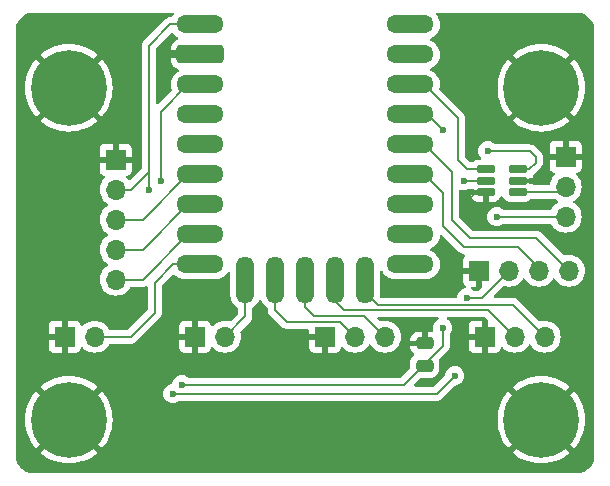
<source format=gbr>
%TF.GenerationSoftware,KiCad,Pcbnew,8.0.5*%
%TF.CreationDate,2024-09-18T02:56:45+09:00*%
%TF.ProjectId,MIDI_Pedal,4d494449-5f50-4656-9461-6c2e6b696361,rev?*%
%TF.SameCoordinates,Original*%
%TF.FileFunction,Copper,L1,Top*%
%TF.FilePolarity,Positive*%
%FSLAX46Y46*%
G04 Gerber Fmt 4.6, Leading zero omitted, Abs format (unit mm)*
G04 Created by KiCad (PCBNEW 8.0.5) date 2024-09-18 02:56:45*
%MOMM*%
%LPD*%
G01*
G04 APERTURE LIST*
G04 Aperture macros list*
%AMRoundRect*
0 Rectangle with rounded corners*
0 $1 Rounding radius*
0 $2 $3 $4 $5 $6 $7 $8 $9 X,Y pos of 4 corners*
0 Add a 4 corners polygon primitive as box body*
4,1,4,$2,$3,$4,$5,$6,$7,$8,$9,$2,$3,0*
0 Add four circle primitives for the rounded corners*
1,1,$1+$1,$2,$3*
1,1,$1+$1,$4,$5*
1,1,$1+$1,$6,$7*
1,1,$1+$1,$8,$9*
0 Add four rect primitives between the rounded corners*
20,1,$1+$1,$2,$3,$4,$5,0*
20,1,$1+$1,$4,$5,$6,$7,0*
20,1,$1+$1,$6,$7,$8,$9,0*
20,1,$1+$1,$8,$9,$2,$3,0*%
G04 Aperture macros list end*
%TA.AperFunction,SMDPad,CuDef*%
%ADD10RoundRect,0.250000X0.475000X-0.250000X0.475000X0.250000X-0.475000X0.250000X-0.475000X-0.250000X0*%
%TD*%
%TA.AperFunction,ComponentPad*%
%ADD11C,0.800000*%
%TD*%
%TA.AperFunction,ComponentPad*%
%ADD12C,6.400000*%
%TD*%
%TA.AperFunction,ComponentPad*%
%ADD13O,4.000000X1.500000*%
%TD*%
%TA.AperFunction,ComponentPad*%
%ADD14O,1.500000X4.000000*%
%TD*%
%TA.AperFunction,ComponentPad*%
%ADD15RoundRect,0.250000X-1.750000X-0.500000X1.750000X-0.500000X1.750000X0.500000X-1.750000X0.500000X0*%
%TD*%
%TA.AperFunction,ComponentPad*%
%ADD16R,1.700000X1.700000*%
%TD*%
%TA.AperFunction,ComponentPad*%
%ADD17O,1.700000X1.700000*%
%TD*%
%TA.AperFunction,SMDPad,CuDef*%
%ADD18RoundRect,0.162500X0.617500X0.162500X-0.617500X0.162500X-0.617500X-0.162500X0.617500X-0.162500X0*%
%TD*%
%TA.AperFunction,ViaPad*%
%ADD19C,0.600000*%
%TD*%
%TA.AperFunction,Conductor*%
%ADD20C,0.200000*%
%TD*%
%TA.AperFunction,Conductor*%
%ADD21C,0.700000*%
%TD*%
G04 APERTURE END LIST*
D10*
%TO.P,C1,1*%
%TO.N,+3V3*%
X135128000Y-80452000D03*
%TO.P,C1,2*%
%TO.N,GND*%
X135128000Y-78552000D03*
%TD*%
D11*
%TO.P,H4,1,1*%
%TO.N,GND*%
X142600000Y-85000000D03*
X143302944Y-83302944D03*
X143302944Y-86697056D03*
X145000000Y-82600000D03*
D12*
X145000000Y-85000000D03*
D11*
X145000000Y-87400000D03*
X146697056Y-83302944D03*
X146697056Y-86697056D03*
X147400000Y-85000000D03*
%TD*%
%TO.P,H3,1,1*%
%TO.N,GND*%
X142600000Y-56900000D03*
X143302944Y-55202944D03*
X143302944Y-58597056D03*
X145000000Y-54500000D03*
D12*
X145000000Y-56900000D03*
D11*
X145000000Y-59300000D03*
X146697056Y-55202944D03*
X146697056Y-58597056D03*
X147400000Y-56900000D03*
%TD*%
%TO.P,H2,1,1*%
%TO.N,GND*%
X102600000Y-85000000D03*
X103302944Y-83302944D03*
X103302944Y-86697056D03*
X105000000Y-82600000D03*
D12*
X105000000Y-85000000D03*
D11*
X105000000Y-87400000D03*
X106697056Y-83302944D03*
X106697056Y-86697056D03*
X107400000Y-85000000D03*
%TD*%
%TO.P,H1,1,1*%
%TO.N,GND*%
X102600000Y-56900000D03*
X103302944Y-55202944D03*
X103302944Y-58597056D03*
X105000000Y-54500000D03*
D12*
X105000000Y-56900000D03*
D11*
X105000000Y-59300000D03*
X106697056Y-55202944D03*
X106697056Y-58597056D03*
X107400000Y-56900000D03*
%TD*%
D13*
%TO.P,U1,0,0*%
%TO.N,unconnected-(U1-Pad0)*%
X133920000Y-51540000D03*
%TO.P,U1,1,1*%
%TO.N,unconnected-(U1-Pad1)*%
X133920000Y-54080000D03*
%TO.P,U1,2,2*%
%TO.N,/I2C1_SDA*%
X133920000Y-56620000D03*
%TO.P,U1,3,3*%
%TO.N,/I2C1_SCL*%
X133920000Y-59160000D03*
%TO.P,U1,4,4*%
%TO.N,/I2C0_SDA*%
X133920000Y-61700000D03*
%TO.P,U1,5,5*%
%TO.N,/I2C0_SCL*%
X133920000Y-64240000D03*
%TO.P,U1,6,6*%
%TO.N,unconnected-(U1-Pad6)*%
X133920000Y-66780000D03*
%TO.P,U1,7,7*%
%TO.N,unconnected-(U1-Pad7)*%
X133920000Y-69320000D03*
%TO.P,U1,8,8*%
%TO.N,unconnected-(U1-Pad8)*%
X133920000Y-71860000D03*
D14*
%TO.P,U1,9,9*%
%TO.N,/SW6_PEDAL*%
X130080000Y-73160000D03*
%TO.P,U1,10,10*%
%TO.N,/SW5_PEDAL*%
X127540000Y-73160000D03*
%TO.P,U1,11,11*%
%TO.N,/SW4_PEDAL*%
X125000000Y-73160000D03*
%TO.P,U1,12,12*%
%TO.N,/SW3_PEDAL*%
X122460000Y-73160000D03*
%TO.P,U1,13,13*%
%TO.N,/SW2_PEDAL*%
X119920000Y-73160000D03*
D13*
%TO.P,U1,14,14*%
%TO.N,/SW1_PEDAL*%
X116130000Y-71860000D03*
%TO.P,U1,15,15*%
%TO.N,/RTEN_CLK*%
X116130000Y-69320000D03*
%TO.P,U1,26,26*%
%TO.N,/RTEN_DT*%
X116130000Y-66780000D03*
%TO.P,U1,27,27*%
%TO.N,/RTEN_SW*%
X116130000Y-64240000D03*
%TO.P,U1,28,28*%
%TO.N,unconnected-(U1-Pad28)*%
X116130000Y-61700000D03*
%TO.P,U1,29,29*%
%TO.N,unconnected-(U1-Pad29)*%
X116130000Y-59160000D03*
%TO.P,U1,30,3V3*%
%TO.N,+3V3*%
X116130000Y-56620000D03*
D15*
%TO.P,U1,31,GND*%
%TO.N,GND*%
X116130000Y-54080000D03*
D13*
%TO.P,U1,32,5V*%
%TO.N,VCC*%
X116080000Y-51540000D03*
%TD*%
D16*
%TO.P,J5,1,Pin_1*%
%TO.N,GND*%
X115668000Y-77978000D03*
D17*
%TO.P,J5,2,Pin_2*%
%TO.N,/SW2_PEDAL*%
X118208000Y-77978000D03*
%TD*%
D16*
%TO.P,J7,1,Pin_1*%
%TO.N,GND*%
X140208000Y-77978000D03*
D17*
%TO.P,J7,2,Pin_2*%
%TO.N,/SW5_PEDAL*%
X142748000Y-77978000D03*
%TO.P,J7,3,Pin_3*%
%TO.N,/SW6_PEDAL*%
X145288000Y-77978000D03*
%TD*%
D16*
%TO.P,J1,1,Pin_1*%
%TO.N,GND*%
X139710000Y-72390000D03*
D17*
%TO.P,J1,2,Pin_2*%
%TO.N,VCC*%
X142250000Y-72390000D03*
%TO.P,J1,3,Pin_3*%
%TO.N,/I2C0_SCL*%
X144790000Y-72390000D03*
%TO.P,J1,4,Pin_4*%
%TO.N,/I2C0_SDA*%
X147330000Y-72390000D03*
%TD*%
D16*
%TO.P,J6,1,Pin_1*%
%TO.N,GND*%
X126688000Y-77978000D03*
D17*
%TO.P,J6,2,Pin_2*%
%TO.N,/SW3_PEDAL*%
X129228000Y-77978000D03*
%TO.P,J6,3,Pin_3*%
%TO.N,/SW4_PEDAL*%
X131768000Y-77978000D03*
%TD*%
D16*
%TO.P,J2,1,Pin_1*%
%TO.N,GND*%
X108966000Y-62992000D03*
D17*
%TO.P,J2,2,Pin_2*%
%TO.N,VCC*%
X108966000Y-65532000D03*
%TO.P,J2,3,Pin_3*%
%TO.N,/RTEN_SW*%
X108966000Y-68072000D03*
%TO.P,J2,4,Pin_4*%
%TO.N,/RTEN_DT*%
X108966000Y-70612000D03*
%TO.P,J2,5,Pin_5*%
%TO.N,/RTEN_CLK*%
X108966000Y-73152000D03*
%TD*%
D16*
%TO.P,J4,1,Pin_1*%
%TO.N,GND*%
X104648000Y-77978000D03*
D17*
%TO.P,J4,2,Pin_2*%
%TO.N,/SW1_PEDAL*%
X107188000Y-77978000D03*
%TD*%
D16*
%TO.P,J3,1,Pin_1*%
%TO.N,GND*%
X147066000Y-62738000D03*
D17*
%TO.P,J3,2,Pin_2*%
%TO.N,/EXP_PEDAL*%
X147066000Y-65278000D03*
%TO.P,J3,3,Pin_3*%
%TO.N,+3V3*%
X147066000Y-67818000D03*
%TD*%
D18*
%TO.P,U2,6,VIN-*%
%TO.N,GND*%
X140302000Y-65720000D03*
%TO.P,U2,5,VDD*%
%TO.N,+3V3*%
X140302000Y-64770000D03*
%TO.P,U2,4,SDA*%
%TO.N,/I2C1_SDA*%
X140302000Y-63820000D03*
%TO.P,U2,3,SCL*%
%TO.N,/I2C1_SCL*%
X143002000Y-63820000D03*
%TO.P,U2,2,VSS*%
%TO.N,GND*%
X143002000Y-64770000D03*
%TO.P,U2,1,VIN+*%
%TO.N,/EXP_PEDAL*%
X143002000Y-65720000D03*
%TD*%
D19*
%TO.N,GND*%
X126492000Y-84074000D03*
X139954000Y-59436000D03*
X146050000Y-74930000D03*
X141224000Y-81534000D03*
X129540000Y-80010000D03*
X132842000Y-87122000D03*
X109728000Y-53594000D03*
X102362000Y-64516000D03*
X104394000Y-69088000D03*
X102362000Y-74168000D03*
X109474000Y-81026000D03*
X121158000Y-85852000D03*
X120650000Y-79756000D03*
X112522000Y-87122000D03*
X112776000Y-55118000D03*
%TO.N,VCC*%
X138684000Y-74676000D03*
X137668000Y-81280000D03*
X113792000Y-82804000D03*
X111760000Y-65532000D03*
%TO.N,+3V3*%
X141224000Y-67818000D03*
X136652000Y-77216000D03*
X114554000Y-82042000D03*
X112776000Y-64770000D03*
%TO.N,GND*%
X144272000Y-61468000D03*
X144780000Y-64770000D03*
X138684000Y-66548000D03*
%TO.N,/I2C1_SCL*%
X140462000Y-62230000D03*
X136652000Y-60452000D03*
%TO.N,+3V3*%
X138430000Y-64770000D03*
%TD*%
D20*
%TO.N,+3V3*%
X133350000Y-82042000D02*
X114554000Y-82042000D01*
X136652000Y-78740000D02*
X133350000Y-82042000D01*
X136652000Y-77216000D02*
X136652000Y-78740000D01*
D21*
%TO.N,GND*%
X117380000Y-54080000D02*
X113306000Y-54080000D01*
D20*
%TO.N,VCC*%
X139964000Y-74676000D02*
X138684000Y-74676000D01*
X142250000Y-72390000D02*
X139964000Y-74676000D01*
X136144000Y-82804000D02*
X137668000Y-81280000D01*
X113792000Y-82804000D02*
X136144000Y-82804000D01*
X111760000Y-63754000D02*
X111760000Y-65532000D01*
X111760000Y-63754000D02*
X111760000Y-64008000D01*
X111760000Y-53340000D02*
X111760000Y-63754000D01*
%TO.N,+3V3*%
X147066000Y-67818000D02*
X141224000Y-67818000D01*
X112776000Y-58928000D02*
X112776000Y-64770000D01*
X115084000Y-56620000D02*
X112776000Y-58928000D01*
X117380000Y-56620000D02*
X115084000Y-56620000D01*
%TO.N,GND*%
X145542000Y-62738000D02*
X144272000Y-61468000D01*
X147066000Y-62738000D02*
X145542000Y-62738000D01*
X143002000Y-64770000D02*
X144780000Y-64770000D01*
X139512000Y-65720000D02*
X138684000Y-66548000D01*
X140302000Y-65720000D02*
X139512000Y-65720000D01*
%TO.N,/EXP_PEDAL*%
X146624000Y-65720000D02*
X147066000Y-65278000D01*
X143002000Y-65720000D02*
X146624000Y-65720000D01*
%TO.N,/I2C1_SCL*%
X144526000Y-63246000D02*
X143952000Y-63820000D01*
X144018000Y-62230000D02*
X144526000Y-62738000D01*
X140462000Y-62230000D02*
X144018000Y-62230000D01*
X144526000Y-62738000D02*
X144526000Y-63246000D01*
X143952000Y-63820000D02*
X143002000Y-63820000D01*
X135360000Y-59160000D02*
X136652000Y-60452000D01*
X132670000Y-59160000D02*
X135360000Y-59160000D01*
%TO.N,/I2C1_SDA*%
X138750000Y-63820000D02*
X140302000Y-63820000D01*
X137922000Y-62992000D02*
X138750000Y-63820000D01*
X137922000Y-59436000D02*
X137922000Y-62992000D01*
X135128000Y-56642000D02*
X132692000Y-56642000D01*
X135128000Y-56642000D02*
X137922000Y-59436000D01*
X134136924Y-56642000D02*
X135128000Y-56642000D01*
X134114924Y-56620000D02*
X134136924Y-56642000D01*
X132670000Y-56620000D02*
X134114924Y-56620000D01*
%TO.N,/I2C0_SDA*%
X138938000Y-69596000D02*
X144536000Y-69596000D01*
X137414000Y-68072000D02*
X138938000Y-69596000D01*
X135106000Y-61700000D02*
X137414000Y-64008000D01*
X137414000Y-64008000D02*
X137414000Y-68072000D01*
X144536000Y-69596000D02*
X147330000Y-72390000D01*
X132670000Y-61700000D02*
X135106000Y-61700000D01*
%TO.N,/I2C0_SCL*%
X144790000Y-72146000D02*
X144790000Y-72390000D01*
X143002000Y-70358000D02*
X144790000Y-72146000D01*
X138430000Y-70358000D02*
X143002000Y-70358000D01*
X136652000Y-68580000D02*
X138430000Y-70358000D01*
X136652000Y-65786000D02*
X136652000Y-68580000D01*
X135106000Y-64240000D02*
X136652000Y-65786000D01*
X132670000Y-64240000D02*
X135106000Y-64240000D01*
%TO.N,/RTEN_SW*%
X111252000Y-68072000D02*
X108966000Y-68072000D01*
X115084000Y-64240000D02*
X111252000Y-68072000D01*
X117380000Y-64240000D02*
X115084000Y-64240000D01*
%TO.N,/RTEN_DT*%
X111252000Y-70612000D02*
X108966000Y-70612000D01*
X115084000Y-66780000D02*
X111252000Y-70612000D01*
X117380000Y-66780000D02*
X115084000Y-66780000D01*
%TO.N,/RTEN_CLK*%
X115084000Y-69320000D02*
X117380000Y-69320000D01*
X111252000Y-73152000D02*
X115084000Y-69320000D01*
X108966000Y-73152000D02*
X111252000Y-73152000D01*
%TO.N,/SW6_PEDAL*%
X142602000Y-75292000D02*
X145288000Y-77978000D01*
X131172000Y-75292000D02*
X142602000Y-75292000D01*
X130080000Y-71910000D02*
X130080000Y-74200000D01*
X130080000Y-74200000D02*
X131172000Y-75292000D01*
%TO.N,/SW5_PEDAL*%
X140462000Y-75692000D02*
X142748000Y-77978000D01*
X128270000Y-75692000D02*
X140462000Y-75692000D01*
X127540000Y-74962000D02*
X128270000Y-75692000D01*
X127540000Y-71910000D02*
X127540000Y-74962000D01*
%TO.N,/SW4_PEDAL*%
X129990000Y-76200000D02*
X131768000Y-77978000D01*
X125730000Y-76200000D02*
X129990000Y-76200000D01*
X125000000Y-75470000D02*
X125730000Y-76200000D01*
X125000000Y-71910000D02*
X125000000Y-75470000D01*
%TO.N,/SW3_PEDAL*%
X123444000Y-76708000D02*
X127958000Y-76708000D01*
X122428000Y-75692000D02*
X123444000Y-76708000D01*
X127958000Y-76708000D02*
X129228000Y-77978000D01*
X122428000Y-71942000D02*
X122428000Y-75692000D01*
X122460000Y-71910000D02*
X122428000Y-71942000D01*
%TO.N,/SW2_PEDAL*%
X119920000Y-76266000D02*
X118208000Y-77978000D01*
X119920000Y-71910000D02*
X119920000Y-76266000D01*
%TO.N,/SW1_PEDAL*%
X110236000Y-77978000D02*
X107188000Y-77978000D01*
X112268000Y-75946000D02*
X110236000Y-77978000D01*
X112268000Y-73406000D02*
X112268000Y-75946000D01*
X113814000Y-71860000D02*
X112268000Y-73406000D01*
X117380000Y-71860000D02*
X113814000Y-71860000D01*
%TO.N,VCC*%
X117330000Y-51540000D02*
X113560000Y-51540000D01*
X113560000Y-51540000D02*
X111760000Y-53340000D01*
X111760000Y-64008000D02*
X110236000Y-65532000D01*
X110236000Y-65532000D02*
X108966000Y-65532000D01*
%TO.N,+3V3*%
X138430000Y-64770000D02*
X140302000Y-64770000D01*
%TD*%
%TA.AperFunction,Conductor*%
%TO.N,GND*%
G36*
X113835605Y-50558185D02*
G01*
X113881360Y-50610989D01*
X113891304Y-50680147D01*
X113868884Y-50735383D01*
X113835123Y-50781853D01*
X113757722Y-50888386D01*
X113702392Y-50931051D01*
X113657404Y-50939500D01*
X113480941Y-50939500D01*
X113441651Y-50950027D01*
X113441652Y-50950028D01*
X113328214Y-50980423D01*
X113328209Y-50980426D01*
X113191290Y-51059475D01*
X113191282Y-51059481D01*
X111279481Y-52971282D01*
X111279477Y-52971287D01*
X111256854Y-53010474D01*
X111256853Y-53010476D01*
X111200423Y-53108215D01*
X111159499Y-53260943D01*
X111159499Y-53260945D01*
X111159499Y-53429046D01*
X111159500Y-53429059D01*
X111159500Y-63707902D01*
X111139815Y-63774941D01*
X111123181Y-63795583D01*
X110213459Y-64705304D01*
X110152136Y-64738789D01*
X110082444Y-64733805D01*
X110026511Y-64691933D01*
X110024235Y-64688791D01*
X110004495Y-64660599D01*
X109882179Y-64538283D01*
X109848696Y-64476963D01*
X109853680Y-64407271D01*
X109895551Y-64351337D01*
X109926529Y-64334422D01*
X110058086Y-64285354D01*
X110058093Y-64285350D01*
X110173187Y-64199190D01*
X110173190Y-64199187D01*
X110259350Y-64084093D01*
X110259354Y-64084086D01*
X110309596Y-63949379D01*
X110309598Y-63949372D01*
X110315999Y-63889844D01*
X110316000Y-63889827D01*
X110316000Y-63242000D01*
X109399012Y-63242000D01*
X109431925Y-63184993D01*
X109466000Y-63057826D01*
X109466000Y-62926174D01*
X109431925Y-62799007D01*
X109399012Y-62742000D01*
X110316000Y-62742000D01*
X110316000Y-62094172D01*
X110315999Y-62094155D01*
X110309598Y-62034627D01*
X110309596Y-62034620D01*
X110259354Y-61899913D01*
X110259350Y-61899906D01*
X110173190Y-61784812D01*
X110173187Y-61784809D01*
X110058093Y-61698649D01*
X110058086Y-61698645D01*
X109923379Y-61648403D01*
X109923372Y-61648401D01*
X109863844Y-61642000D01*
X109216000Y-61642000D01*
X109216000Y-62558988D01*
X109158993Y-62526075D01*
X109031826Y-62492000D01*
X108900174Y-62492000D01*
X108773007Y-62526075D01*
X108716000Y-62558988D01*
X108716000Y-61642000D01*
X108068155Y-61642000D01*
X108008627Y-61648401D01*
X108008620Y-61648403D01*
X107873913Y-61698645D01*
X107873906Y-61698649D01*
X107758812Y-61784809D01*
X107758809Y-61784812D01*
X107672649Y-61899906D01*
X107672645Y-61899913D01*
X107622403Y-62034620D01*
X107622401Y-62034627D01*
X107616000Y-62094155D01*
X107616000Y-62742000D01*
X108532988Y-62742000D01*
X108500075Y-62799007D01*
X108466000Y-62926174D01*
X108466000Y-63057826D01*
X108500075Y-63184993D01*
X108532988Y-63242000D01*
X107616000Y-63242000D01*
X107616000Y-63889844D01*
X107622401Y-63949372D01*
X107622403Y-63949379D01*
X107672645Y-64084086D01*
X107672649Y-64084093D01*
X107758809Y-64199187D01*
X107758812Y-64199190D01*
X107873906Y-64285350D01*
X107873913Y-64285354D01*
X108005470Y-64334421D01*
X108061403Y-64376292D01*
X108085821Y-64441756D01*
X108070970Y-64510029D01*
X108049819Y-64538284D01*
X107927503Y-64660600D01*
X107791965Y-64854169D01*
X107791964Y-64854171D01*
X107692098Y-65068335D01*
X107692094Y-65068344D01*
X107630938Y-65296586D01*
X107630936Y-65296596D01*
X107610341Y-65531999D01*
X107610341Y-65532000D01*
X107630936Y-65767403D01*
X107630938Y-65767413D01*
X107692094Y-65995655D01*
X107692096Y-65995659D01*
X107692097Y-65995663D01*
X107767144Y-66156602D01*
X107791965Y-66209830D01*
X107791967Y-66209834D01*
X107927501Y-66403395D01*
X107927506Y-66403402D01*
X108094597Y-66570493D01*
X108094603Y-66570498D01*
X108280158Y-66700425D01*
X108323783Y-66755002D01*
X108330977Y-66824500D01*
X108299454Y-66886855D01*
X108280158Y-66903575D01*
X108094597Y-67033505D01*
X107927505Y-67200597D01*
X107791965Y-67394169D01*
X107791964Y-67394171D01*
X107692098Y-67608335D01*
X107692094Y-67608344D01*
X107630938Y-67836586D01*
X107630936Y-67836596D01*
X107610341Y-68071999D01*
X107610341Y-68072000D01*
X107630936Y-68307403D01*
X107630938Y-68307413D01*
X107692094Y-68535655D01*
X107692096Y-68535659D01*
X107692097Y-68535663D01*
X107763787Y-68689402D01*
X107791965Y-68749830D01*
X107791967Y-68749834D01*
X107927501Y-68943395D01*
X107927506Y-68943402D01*
X108094597Y-69110493D01*
X108094603Y-69110498D01*
X108280158Y-69240425D01*
X108323783Y-69295002D01*
X108330977Y-69364500D01*
X108299454Y-69426855D01*
X108280158Y-69443575D01*
X108094597Y-69573505D01*
X107927505Y-69740597D01*
X107791965Y-69934169D01*
X107791964Y-69934171D01*
X107692098Y-70148335D01*
X107692094Y-70148344D01*
X107630938Y-70376586D01*
X107630936Y-70376596D01*
X107610341Y-70611999D01*
X107610341Y-70612000D01*
X107630936Y-70847403D01*
X107630938Y-70847413D01*
X107692094Y-71075655D01*
X107692096Y-71075659D01*
X107692097Y-71075663D01*
X107764839Y-71231658D01*
X107791965Y-71289830D01*
X107791967Y-71289834D01*
X107855085Y-71379975D01*
X107911780Y-71460944D01*
X107927501Y-71483395D01*
X107927506Y-71483402D01*
X108094597Y-71650493D01*
X108094603Y-71650498D01*
X108280158Y-71780425D01*
X108323783Y-71835002D01*
X108330977Y-71904500D01*
X108299454Y-71966855D01*
X108280158Y-71983575D01*
X108094597Y-72113505D01*
X107927505Y-72280597D01*
X107791965Y-72474169D01*
X107791964Y-72474171D01*
X107692098Y-72688335D01*
X107692094Y-72688344D01*
X107630938Y-72916586D01*
X107630936Y-72916596D01*
X107610341Y-73151999D01*
X107610341Y-73152000D01*
X107630936Y-73387403D01*
X107630938Y-73387413D01*
X107692094Y-73615655D01*
X107692096Y-73615659D01*
X107692097Y-73615663D01*
X107770481Y-73783757D01*
X107791965Y-73829830D01*
X107791967Y-73829834D01*
X107834538Y-73890631D01*
X107927505Y-74023401D01*
X108094599Y-74190495D01*
X108191384Y-74258265D01*
X108288165Y-74326032D01*
X108288167Y-74326033D01*
X108288170Y-74326035D01*
X108502337Y-74425903D01*
X108730592Y-74487063D01*
X108918918Y-74503539D01*
X108965999Y-74507659D01*
X108966000Y-74507659D01*
X108966001Y-74507659D01*
X109005234Y-74504226D01*
X109201408Y-74487063D01*
X109429663Y-74425903D01*
X109643830Y-74326035D01*
X109837401Y-74190495D01*
X110004495Y-74023401D01*
X110140035Y-73829830D01*
X110142707Y-73824097D01*
X110188878Y-73771658D01*
X110255091Y-73752500D01*
X111165331Y-73752500D01*
X111165347Y-73752501D01*
X111172943Y-73752501D01*
X111331054Y-73752501D01*
X111331057Y-73752501D01*
X111483785Y-73711577D01*
X111483787Y-73711575D01*
X111483790Y-73711575D01*
X111491297Y-73708466D01*
X111492071Y-73710335D01*
X111549380Y-73696423D01*
X111615411Y-73719264D01*
X111658610Y-73774179D01*
X111667500Y-73820283D01*
X111667500Y-75645903D01*
X111647815Y-75712942D01*
X111631181Y-75733584D01*
X110023584Y-77341181D01*
X109962261Y-77374666D01*
X109935903Y-77377500D01*
X108477091Y-77377500D01*
X108410052Y-77357815D01*
X108364711Y-77305909D01*
X108362037Y-77300175D01*
X108362034Y-77300170D01*
X108362033Y-77300169D01*
X108303095Y-77215996D01*
X108226494Y-77106597D01*
X108059402Y-76939506D01*
X108059395Y-76939501D01*
X107865834Y-76803967D01*
X107865830Y-76803965D01*
X107794727Y-76770809D01*
X107651663Y-76704097D01*
X107651659Y-76704096D01*
X107651655Y-76704094D01*
X107423413Y-76642938D01*
X107423403Y-76642936D01*
X107188001Y-76622341D01*
X107187999Y-76622341D01*
X106952596Y-76642936D01*
X106952586Y-76642938D01*
X106724344Y-76704094D01*
X106724335Y-76704098D01*
X106510171Y-76803964D01*
X106510169Y-76803965D01*
X106316600Y-76939503D01*
X106194284Y-77061819D01*
X106132961Y-77095303D01*
X106063269Y-77090319D01*
X106007336Y-77048447D01*
X105990421Y-77017470D01*
X105941354Y-76885913D01*
X105941350Y-76885906D01*
X105855190Y-76770812D01*
X105855187Y-76770809D01*
X105740093Y-76684649D01*
X105740086Y-76684645D01*
X105605379Y-76634403D01*
X105605372Y-76634401D01*
X105545844Y-76628000D01*
X104898000Y-76628000D01*
X104898000Y-77544988D01*
X104840993Y-77512075D01*
X104713826Y-77478000D01*
X104582174Y-77478000D01*
X104455007Y-77512075D01*
X104398000Y-77544988D01*
X104398000Y-76628000D01*
X103750155Y-76628000D01*
X103690627Y-76634401D01*
X103690620Y-76634403D01*
X103555913Y-76684645D01*
X103555906Y-76684649D01*
X103440812Y-76770809D01*
X103440809Y-76770812D01*
X103354649Y-76885906D01*
X103354645Y-76885913D01*
X103304403Y-77020620D01*
X103304401Y-77020627D01*
X103298000Y-77080155D01*
X103298000Y-77728000D01*
X104214988Y-77728000D01*
X104182075Y-77785007D01*
X104148000Y-77912174D01*
X104148000Y-78043826D01*
X104182075Y-78170993D01*
X104214988Y-78228000D01*
X103298000Y-78228000D01*
X103298000Y-78875844D01*
X103304401Y-78935372D01*
X103304403Y-78935379D01*
X103354645Y-79070086D01*
X103354649Y-79070093D01*
X103440809Y-79185187D01*
X103440812Y-79185190D01*
X103555906Y-79271350D01*
X103555913Y-79271354D01*
X103690620Y-79321596D01*
X103690627Y-79321598D01*
X103750155Y-79327999D01*
X103750172Y-79328000D01*
X104398000Y-79328000D01*
X104398000Y-78411012D01*
X104455007Y-78443925D01*
X104582174Y-78478000D01*
X104713826Y-78478000D01*
X104840993Y-78443925D01*
X104898000Y-78411012D01*
X104898000Y-79328000D01*
X105545828Y-79328000D01*
X105545844Y-79327999D01*
X105605372Y-79321598D01*
X105605379Y-79321596D01*
X105740086Y-79271354D01*
X105740093Y-79271350D01*
X105855187Y-79185190D01*
X105855190Y-79185187D01*
X105941350Y-79070093D01*
X105941354Y-79070086D01*
X105990422Y-78938529D01*
X106032293Y-78882595D01*
X106097757Y-78858178D01*
X106166030Y-78873030D01*
X106194285Y-78894181D01*
X106316599Y-79016495D01*
X106393135Y-79070086D01*
X106510165Y-79152032D01*
X106510167Y-79152033D01*
X106510170Y-79152035D01*
X106724337Y-79251903D01*
X106952592Y-79313063D01*
X107123319Y-79328000D01*
X107187999Y-79333659D01*
X107188000Y-79333659D01*
X107188001Y-79333659D01*
X107252681Y-79328000D01*
X107423408Y-79313063D01*
X107651663Y-79251903D01*
X107865830Y-79152035D01*
X108059401Y-79016495D01*
X108226495Y-78849401D01*
X108362035Y-78655830D01*
X108364707Y-78650097D01*
X108410878Y-78597658D01*
X108477091Y-78578500D01*
X110149331Y-78578500D01*
X110149347Y-78578501D01*
X110156943Y-78578501D01*
X110315054Y-78578501D01*
X110315057Y-78578501D01*
X110467785Y-78537577D01*
X110467787Y-78537575D01*
X110467789Y-78537575D01*
X110467790Y-78537574D01*
X110518640Y-78508216D01*
X110518641Y-78508215D01*
X110604716Y-78458520D01*
X110716520Y-78346716D01*
X110716520Y-78346714D01*
X110726724Y-78336511D01*
X110726728Y-78336506D01*
X112626506Y-76436728D01*
X112626511Y-76436724D01*
X112636714Y-76426520D01*
X112636716Y-76426520D01*
X112748520Y-76314716D01*
X112822289Y-76186944D01*
X112822290Y-76186943D01*
X112824434Y-76183227D01*
X112827577Y-76177785D01*
X112868501Y-76025057D01*
X112868501Y-75866943D01*
X112868501Y-75859348D01*
X112868500Y-75859330D01*
X112868500Y-73706096D01*
X112888185Y-73639057D01*
X112904814Y-73618419D01*
X113799699Y-72723534D01*
X113861022Y-72690050D01*
X113930714Y-72695034D01*
X113975061Y-72723535D01*
X114065354Y-72813828D01*
X114224595Y-72929524D01*
X114307455Y-72971743D01*
X114399970Y-73018882D01*
X114399972Y-73018882D01*
X114399975Y-73018884D01*
X114441010Y-73032217D01*
X114587173Y-73079709D01*
X114781578Y-73110500D01*
X114781583Y-73110500D01*
X117478422Y-73110500D01*
X117672826Y-73079709D01*
X117709373Y-73067834D01*
X117860025Y-73018884D01*
X118035405Y-72929524D01*
X118194646Y-72813828D01*
X118333828Y-72674646D01*
X118445182Y-72521380D01*
X118500512Y-72478716D01*
X118570126Y-72472737D01*
X118631921Y-72505343D01*
X118666278Y-72566182D01*
X118669500Y-72594267D01*
X118669500Y-74508422D01*
X118700290Y-74702826D01*
X118761117Y-74890029D01*
X118850475Y-75065403D01*
X118850476Y-75065405D01*
X118966172Y-75224646D01*
X119105354Y-75363828D01*
X119197138Y-75430513D01*
X119268386Y-75482278D01*
X119311051Y-75537608D01*
X119319500Y-75582596D01*
X119319500Y-75965902D01*
X119299815Y-76032941D01*
X119283181Y-76053583D01*
X118691530Y-76645233D01*
X118630207Y-76678718D01*
X118571756Y-76677327D01*
X118443413Y-76642938D01*
X118443403Y-76642936D01*
X118208001Y-76622341D01*
X118207999Y-76622341D01*
X117972596Y-76642936D01*
X117972586Y-76642938D01*
X117744344Y-76704094D01*
X117744335Y-76704098D01*
X117530171Y-76803964D01*
X117530169Y-76803965D01*
X117336600Y-76939503D01*
X117214284Y-77061819D01*
X117152961Y-77095303D01*
X117083269Y-77090319D01*
X117027336Y-77048447D01*
X117010421Y-77017470D01*
X116961354Y-76885913D01*
X116961350Y-76885906D01*
X116875190Y-76770812D01*
X116875187Y-76770809D01*
X116760093Y-76684649D01*
X116760086Y-76684645D01*
X116625379Y-76634403D01*
X116625372Y-76634401D01*
X116565844Y-76628000D01*
X115918000Y-76628000D01*
X115918000Y-77544988D01*
X115860993Y-77512075D01*
X115733826Y-77478000D01*
X115602174Y-77478000D01*
X115475007Y-77512075D01*
X115418000Y-77544988D01*
X115418000Y-76628000D01*
X114770155Y-76628000D01*
X114710627Y-76634401D01*
X114710620Y-76634403D01*
X114575913Y-76684645D01*
X114575906Y-76684649D01*
X114460812Y-76770809D01*
X114460809Y-76770812D01*
X114374649Y-76885906D01*
X114374645Y-76885913D01*
X114324403Y-77020620D01*
X114324401Y-77020627D01*
X114318000Y-77080155D01*
X114318000Y-77728000D01*
X115234988Y-77728000D01*
X115202075Y-77785007D01*
X115168000Y-77912174D01*
X115168000Y-78043826D01*
X115202075Y-78170993D01*
X115234988Y-78228000D01*
X114318000Y-78228000D01*
X114318000Y-78875844D01*
X114324401Y-78935372D01*
X114324403Y-78935379D01*
X114374645Y-79070086D01*
X114374649Y-79070093D01*
X114460809Y-79185187D01*
X114460812Y-79185190D01*
X114575906Y-79271350D01*
X114575913Y-79271354D01*
X114710620Y-79321596D01*
X114710627Y-79321598D01*
X114770155Y-79327999D01*
X114770172Y-79328000D01*
X115418000Y-79328000D01*
X115418000Y-78411012D01*
X115475007Y-78443925D01*
X115602174Y-78478000D01*
X115733826Y-78478000D01*
X115860993Y-78443925D01*
X115918000Y-78411012D01*
X115918000Y-79328000D01*
X116565828Y-79328000D01*
X116565844Y-79327999D01*
X116625372Y-79321598D01*
X116625379Y-79321596D01*
X116760086Y-79271354D01*
X116760093Y-79271350D01*
X116875187Y-79185190D01*
X116875190Y-79185187D01*
X116961350Y-79070093D01*
X116961354Y-79070086D01*
X117010422Y-78938529D01*
X117052293Y-78882595D01*
X117117757Y-78858178D01*
X117186030Y-78873030D01*
X117214285Y-78894181D01*
X117336599Y-79016495D01*
X117413135Y-79070086D01*
X117530165Y-79152032D01*
X117530167Y-79152033D01*
X117530170Y-79152035D01*
X117744337Y-79251903D01*
X117972592Y-79313063D01*
X118143319Y-79328000D01*
X118207999Y-79333659D01*
X118208000Y-79333659D01*
X118208001Y-79333659D01*
X118272681Y-79328000D01*
X118443408Y-79313063D01*
X118671663Y-79251903D01*
X118885830Y-79152035D01*
X119079401Y-79016495D01*
X119246495Y-78849401D01*
X119382035Y-78655830D01*
X119481903Y-78441663D01*
X119543063Y-78213408D01*
X119563659Y-77978000D01*
X119543063Y-77742592D01*
X119508671Y-77614239D01*
X119510334Y-77544393D01*
X119540763Y-77494470D01*
X120400520Y-76634716D01*
X120479577Y-76497784D01*
X120520501Y-76345057D01*
X120520501Y-76186942D01*
X120520501Y-76179347D01*
X120520500Y-76179329D01*
X120520500Y-75582596D01*
X120540185Y-75515557D01*
X120571614Y-75482278D01*
X120575403Y-75479524D01*
X120575405Y-75479524D01*
X120734646Y-75363828D01*
X120873828Y-75224646D01*
X120989524Y-75065405D01*
X121058335Y-74930355D01*
X121079515Y-74888787D01*
X121127489Y-74837990D01*
X121195310Y-74821195D01*
X121261445Y-74843732D01*
X121300485Y-74888787D01*
X121390474Y-75065403D01*
X121409435Y-75091500D01*
X121506172Y-75224646D01*
X121645354Y-75363828D01*
X121776387Y-75459029D01*
X121819051Y-75514358D01*
X121827500Y-75559346D01*
X121827500Y-75605330D01*
X121827499Y-75605348D01*
X121827499Y-75771054D01*
X121827498Y-75771054D01*
X121827499Y-75771057D01*
X121868423Y-75923785D01*
X121868424Y-75923787D01*
X121868423Y-75923787D01*
X121883856Y-75950516D01*
X121883858Y-75950518D01*
X121883859Y-75950520D01*
X121892740Y-75965902D01*
X121947479Y-76060715D01*
X122066349Y-76179585D01*
X122066355Y-76179590D01*
X122959139Y-77072374D01*
X122959149Y-77072385D01*
X122963479Y-77076715D01*
X122963480Y-77076716D01*
X123075284Y-77188520D01*
X123162095Y-77238639D01*
X123162097Y-77238641D01*
X123200151Y-77260611D01*
X123212215Y-77267577D01*
X123364943Y-77308501D01*
X123364946Y-77308501D01*
X123530653Y-77308501D01*
X123530669Y-77308500D01*
X125214000Y-77308500D01*
X125281039Y-77328185D01*
X125326794Y-77380989D01*
X125338000Y-77432500D01*
X125338000Y-77728000D01*
X126254988Y-77728000D01*
X126222075Y-77785007D01*
X126188000Y-77912174D01*
X126188000Y-78043826D01*
X126222075Y-78170993D01*
X126254988Y-78228000D01*
X125338000Y-78228000D01*
X125338000Y-78875844D01*
X125344401Y-78935372D01*
X125344403Y-78935379D01*
X125394645Y-79070086D01*
X125394649Y-79070093D01*
X125480809Y-79185187D01*
X125480812Y-79185190D01*
X125595906Y-79271350D01*
X125595913Y-79271354D01*
X125730620Y-79321596D01*
X125730627Y-79321598D01*
X125790155Y-79327999D01*
X125790172Y-79328000D01*
X126438000Y-79328000D01*
X126438000Y-78411012D01*
X126495007Y-78443925D01*
X126622174Y-78478000D01*
X126753826Y-78478000D01*
X126880993Y-78443925D01*
X126938000Y-78411012D01*
X126938000Y-79328000D01*
X127585828Y-79328000D01*
X127585844Y-79327999D01*
X127645372Y-79321598D01*
X127645379Y-79321596D01*
X127780086Y-79271354D01*
X127780093Y-79271350D01*
X127895187Y-79185190D01*
X127895190Y-79185187D01*
X127981350Y-79070093D01*
X127981354Y-79070086D01*
X128030422Y-78938529D01*
X128072293Y-78882595D01*
X128137757Y-78858178D01*
X128206030Y-78873030D01*
X128234285Y-78894181D01*
X128356599Y-79016495D01*
X128433135Y-79070086D01*
X128550165Y-79152032D01*
X128550167Y-79152033D01*
X128550170Y-79152035D01*
X128764337Y-79251903D01*
X128992592Y-79313063D01*
X129163319Y-79328000D01*
X129227999Y-79333659D01*
X129228000Y-79333659D01*
X129228001Y-79333659D01*
X129292681Y-79328000D01*
X129463408Y-79313063D01*
X129691663Y-79251903D01*
X129905830Y-79152035D01*
X130099401Y-79016495D01*
X130266495Y-78849401D01*
X130396425Y-78663842D01*
X130451002Y-78620217D01*
X130520500Y-78613023D01*
X130582855Y-78644546D01*
X130599575Y-78663842D01*
X130729500Y-78849395D01*
X130729505Y-78849401D01*
X130896599Y-79016495D01*
X130973135Y-79070086D01*
X131090165Y-79152032D01*
X131090167Y-79152033D01*
X131090170Y-79152035D01*
X131304337Y-79251903D01*
X131532592Y-79313063D01*
X131703319Y-79328000D01*
X131767999Y-79333659D01*
X131768000Y-79333659D01*
X131768001Y-79333659D01*
X131832681Y-79328000D01*
X132003408Y-79313063D01*
X132231663Y-79251903D01*
X132445830Y-79152035D01*
X132639401Y-79016495D01*
X132806495Y-78849401D01*
X132942035Y-78655830D01*
X133041903Y-78441663D01*
X133092719Y-78252013D01*
X133903000Y-78252013D01*
X133903000Y-78302000D01*
X134878000Y-78302000D01*
X134878000Y-77552000D01*
X134603029Y-77552000D01*
X134603012Y-77552001D01*
X134500302Y-77562494D01*
X134333880Y-77617641D01*
X134333875Y-77617643D01*
X134184654Y-77709684D01*
X134060684Y-77833654D01*
X133968643Y-77982875D01*
X133968641Y-77982880D01*
X133913494Y-78149302D01*
X133913493Y-78149309D01*
X133903000Y-78252013D01*
X133092719Y-78252013D01*
X133103063Y-78213408D01*
X133123659Y-77978000D01*
X133103063Y-77742592D01*
X133041903Y-77514337D01*
X132942035Y-77300171D01*
X132942034Y-77300169D01*
X132806494Y-77106597D01*
X132639402Y-76939506D01*
X132639395Y-76939501D01*
X132445834Y-76803967D01*
X132445830Y-76803965D01*
X132374727Y-76770809D01*
X132231663Y-76704097D01*
X132231659Y-76704096D01*
X132231655Y-76704094D01*
X132003413Y-76642938D01*
X132003403Y-76642936D01*
X131768001Y-76622341D01*
X131767999Y-76622341D01*
X131532596Y-76642936D01*
X131532583Y-76642939D01*
X131404241Y-76677327D01*
X131334392Y-76675664D01*
X131284468Y-76645233D01*
X131143416Y-76504181D01*
X131109931Y-76442858D01*
X131114915Y-76373166D01*
X131156787Y-76317233D01*
X131222251Y-76292816D01*
X131231097Y-76292500D01*
X136186719Y-76292500D01*
X136253758Y-76312185D01*
X136299513Y-76364989D01*
X136309457Y-76434147D01*
X136280432Y-76497703D01*
X136252691Y-76521494D01*
X136149737Y-76586184D01*
X136022184Y-76713737D01*
X135926211Y-76866476D01*
X135866631Y-77036745D01*
X135866630Y-77036750D01*
X135846435Y-77215996D01*
X135846435Y-77216003D01*
X135866630Y-77395249D01*
X135866633Y-77395260D01*
X135867000Y-77396309D01*
X135867036Y-77397028D01*
X135868182Y-77402047D01*
X135867303Y-77402247D01*
X135870561Y-77466088D01*
X135835831Y-77526715D01*
X135773838Y-77558941D01*
X135737355Y-77560620D01*
X135652986Y-77552000D01*
X135378000Y-77552000D01*
X135378000Y-78678000D01*
X135358315Y-78745039D01*
X135305511Y-78790794D01*
X135254000Y-78802000D01*
X133903001Y-78802000D01*
X133903001Y-78851986D01*
X133913494Y-78954697D01*
X133968641Y-79121119D01*
X133968643Y-79121124D01*
X134060684Y-79270345D01*
X134184655Y-79394316D01*
X134184659Y-79394319D01*
X134187656Y-79396168D01*
X134189279Y-79397972D01*
X134190323Y-79398798D01*
X134190181Y-79398976D01*
X134234381Y-79448116D01*
X134245602Y-79517079D01*
X134217759Y-79581161D01*
X134187661Y-79607241D01*
X134184349Y-79609283D01*
X134184343Y-79609288D01*
X134060289Y-79733342D01*
X133968187Y-79882663D01*
X133968186Y-79882666D01*
X133913001Y-80049203D01*
X133913001Y-80049204D01*
X133913000Y-80049204D01*
X133902500Y-80151983D01*
X133902500Y-80588902D01*
X133882815Y-80655941D01*
X133866181Y-80676583D01*
X133137584Y-81405181D01*
X133076261Y-81438666D01*
X133049903Y-81441500D01*
X115136412Y-81441500D01*
X115069373Y-81421815D01*
X115059097Y-81414445D01*
X115056263Y-81412185D01*
X115056262Y-81412184D01*
X114998494Y-81375886D01*
X114903523Y-81316211D01*
X114733254Y-81256631D01*
X114733249Y-81256630D01*
X114554004Y-81236435D01*
X114553996Y-81236435D01*
X114374750Y-81256630D01*
X114374745Y-81256631D01*
X114204476Y-81316211D01*
X114051737Y-81412184D01*
X113924184Y-81539737D01*
X113828210Y-81692478D01*
X113768630Y-81862750D01*
X113763917Y-81904582D01*
X113736850Y-81968996D01*
X113679254Y-82008550D01*
X113654582Y-82013917D01*
X113612750Y-82018630D01*
X113442478Y-82078210D01*
X113289737Y-82174184D01*
X113162184Y-82301737D01*
X113066211Y-82454476D01*
X113006631Y-82624745D01*
X113006630Y-82624750D01*
X112986435Y-82803996D01*
X112986435Y-82804003D01*
X113006630Y-82983249D01*
X113006631Y-82983254D01*
X113066211Y-83153523D01*
X113162184Y-83306262D01*
X113289738Y-83433816D01*
X113442478Y-83529789D01*
X113612745Y-83589368D01*
X113612750Y-83589369D01*
X113791996Y-83609565D01*
X113792000Y-83609565D01*
X113792004Y-83609565D01*
X113971249Y-83589369D01*
X113971252Y-83589368D01*
X113971255Y-83589368D01*
X114141522Y-83529789D01*
X114294262Y-83433816D01*
X114294267Y-83433810D01*
X114297097Y-83431555D01*
X114299275Y-83430665D01*
X114300158Y-83430111D01*
X114300255Y-83430265D01*
X114361783Y-83405145D01*
X114374412Y-83404500D01*
X136057331Y-83404500D01*
X136057347Y-83404501D01*
X136064943Y-83404501D01*
X136223054Y-83404501D01*
X136223057Y-83404501D01*
X136375785Y-83363577D01*
X136425904Y-83334639D01*
X136512716Y-83284520D01*
X136624520Y-83172716D01*
X136624520Y-83172714D01*
X136634728Y-83162507D01*
X136634730Y-83162504D01*
X137686535Y-82110698D01*
X137747856Y-82077215D01*
X137760311Y-82075163D01*
X137847255Y-82065368D01*
X138017522Y-82005789D01*
X138170262Y-81909816D01*
X138297816Y-81782262D01*
X138393789Y-81629522D01*
X138453368Y-81459255D01*
X138453810Y-81455333D01*
X138473565Y-81280003D01*
X138473565Y-81279996D01*
X138453369Y-81100750D01*
X138453368Y-81100745D01*
X138393789Y-80930478D01*
X138297816Y-80777738D01*
X138170262Y-80650184D01*
X138017523Y-80554211D01*
X137847254Y-80494631D01*
X137847249Y-80494630D01*
X137668004Y-80474435D01*
X137667996Y-80474435D01*
X137488750Y-80494630D01*
X137488745Y-80494631D01*
X137318476Y-80554211D01*
X137165737Y-80650184D01*
X137038184Y-80777737D01*
X136942210Y-80930478D01*
X136882630Y-81100750D01*
X136872837Y-81187668D01*
X136845770Y-81252082D01*
X136837298Y-81261465D01*
X135931584Y-82167181D01*
X135870261Y-82200666D01*
X135843903Y-82203500D01*
X134337097Y-82203500D01*
X134270058Y-82183815D01*
X134224303Y-82131011D01*
X134214359Y-82061853D01*
X134243384Y-81998297D01*
X134249416Y-81991819D01*
X134752416Y-81488818D01*
X134813739Y-81455333D01*
X134840097Y-81452499D01*
X135653002Y-81452499D01*
X135653008Y-81452499D01*
X135755797Y-81441999D01*
X135922334Y-81386814D01*
X136071656Y-81294712D01*
X136195712Y-81170656D01*
X136287814Y-81021334D01*
X136342999Y-80854797D01*
X136353500Y-80752009D01*
X136353499Y-80151992D01*
X136342999Y-80049203D01*
X136329482Y-80008411D01*
X136327080Y-79938583D01*
X136359505Y-79881728D01*
X137010506Y-79230728D01*
X137010511Y-79230724D01*
X137020714Y-79220520D01*
X137020716Y-79220520D01*
X137132520Y-79108716D01*
X137207700Y-78978500D01*
X137211577Y-78971785D01*
X137252500Y-78819057D01*
X137252500Y-78660943D01*
X137252500Y-77798412D01*
X137272185Y-77731373D01*
X137279555Y-77721097D01*
X137281810Y-77718267D01*
X137281816Y-77718262D01*
X137377789Y-77565522D01*
X137437368Y-77395255D01*
X137437369Y-77395249D01*
X137457565Y-77216003D01*
X137457565Y-77215996D01*
X137437369Y-77036750D01*
X137437368Y-77036745D01*
X137430623Y-77017470D01*
X137377789Y-76866478D01*
X137281816Y-76713738D01*
X137154262Y-76586184D01*
X137116154Y-76562239D01*
X137051309Y-76521494D01*
X137005018Y-76469159D01*
X136994370Y-76400105D01*
X137022745Y-76336257D01*
X137081135Y-76297885D01*
X137117281Y-76292500D01*
X140161903Y-76292500D01*
X140228942Y-76312185D01*
X140249584Y-76328819D01*
X140421681Y-76500916D01*
X140455166Y-76562239D01*
X140458000Y-76588597D01*
X140458000Y-77544988D01*
X140400993Y-77512075D01*
X140273826Y-77478000D01*
X140142174Y-77478000D01*
X140015007Y-77512075D01*
X139958000Y-77544988D01*
X139958000Y-76628000D01*
X139310155Y-76628000D01*
X139250627Y-76634401D01*
X139250620Y-76634403D01*
X139115913Y-76684645D01*
X139115906Y-76684649D01*
X139000812Y-76770809D01*
X139000809Y-76770812D01*
X138914649Y-76885906D01*
X138914645Y-76885913D01*
X138864403Y-77020620D01*
X138864401Y-77020627D01*
X138858000Y-77080155D01*
X138858000Y-77728000D01*
X139774988Y-77728000D01*
X139742075Y-77785007D01*
X139708000Y-77912174D01*
X139708000Y-78043826D01*
X139742075Y-78170993D01*
X139774988Y-78228000D01*
X138858000Y-78228000D01*
X138858000Y-78875844D01*
X138864401Y-78935372D01*
X138864403Y-78935379D01*
X138914645Y-79070086D01*
X138914649Y-79070093D01*
X139000809Y-79185187D01*
X139000812Y-79185190D01*
X139115906Y-79271350D01*
X139115913Y-79271354D01*
X139250620Y-79321596D01*
X139250627Y-79321598D01*
X139310155Y-79327999D01*
X139310172Y-79328000D01*
X139958000Y-79328000D01*
X139958000Y-78411012D01*
X140015007Y-78443925D01*
X140142174Y-78478000D01*
X140273826Y-78478000D01*
X140400993Y-78443925D01*
X140458000Y-78411012D01*
X140458000Y-79328000D01*
X141105828Y-79328000D01*
X141105844Y-79327999D01*
X141165372Y-79321598D01*
X141165379Y-79321596D01*
X141300086Y-79271354D01*
X141300093Y-79271350D01*
X141415187Y-79185190D01*
X141415190Y-79185187D01*
X141501350Y-79070093D01*
X141501354Y-79070086D01*
X141550422Y-78938529D01*
X141592293Y-78882595D01*
X141657757Y-78858178D01*
X141726030Y-78873030D01*
X141754285Y-78894181D01*
X141876599Y-79016495D01*
X141953135Y-79070086D01*
X142070165Y-79152032D01*
X142070167Y-79152033D01*
X142070170Y-79152035D01*
X142284337Y-79251903D01*
X142512592Y-79313063D01*
X142683319Y-79328000D01*
X142747999Y-79333659D01*
X142748000Y-79333659D01*
X142748001Y-79333659D01*
X142812681Y-79328000D01*
X142983408Y-79313063D01*
X143211663Y-79251903D01*
X143425830Y-79152035D01*
X143619401Y-79016495D01*
X143786495Y-78849401D01*
X143916425Y-78663842D01*
X143971002Y-78620217D01*
X144040500Y-78613023D01*
X144102855Y-78644546D01*
X144119575Y-78663842D01*
X144249500Y-78849395D01*
X144249505Y-78849401D01*
X144416599Y-79016495D01*
X144493135Y-79070086D01*
X144610165Y-79152032D01*
X144610167Y-79152033D01*
X144610170Y-79152035D01*
X144824337Y-79251903D01*
X145052592Y-79313063D01*
X145223319Y-79328000D01*
X145287999Y-79333659D01*
X145288000Y-79333659D01*
X145288001Y-79333659D01*
X145352681Y-79328000D01*
X145523408Y-79313063D01*
X145751663Y-79251903D01*
X145965830Y-79152035D01*
X146159401Y-79016495D01*
X146326495Y-78849401D01*
X146462035Y-78655830D01*
X146561903Y-78441663D01*
X146623063Y-78213408D01*
X146643659Y-77978000D01*
X146623063Y-77742592D01*
X146561903Y-77514337D01*
X146462035Y-77300171D01*
X146462034Y-77300169D01*
X146326494Y-77106597D01*
X146159402Y-76939506D01*
X146159395Y-76939501D01*
X145965834Y-76803967D01*
X145965830Y-76803965D01*
X145894727Y-76770809D01*
X145751663Y-76704097D01*
X145751659Y-76704096D01*
X145751655Y-76704094D01*
X145523413Y-76642938D01*
X145523403Y-76642936D01*
X145288001Y-76622341D01*
X145287999Y-76622341D01*
X145052596Y-76642936D01*
X145052583Y-76642939D01*
X144924241Y-76677327D01*
X144854392Y-76675664D01*
X144804468Y-76645233D01*
X143089590Y-74930355D01*
X143089588Y-74930352D01*
X142970717Y-74811481D01*
X142970709Y-74811475D01*
X142872989Y-74755057D01*
X142872987Y-74755056D01*
X142833790Y-74732425D01*
X142833789Y-74732424D01*
X142821263Y-74729067D01*
X142681057Y-74691499D01*
X142522943Y-74691499D01*
X142515347Y-74691499D01*
X142515331Y-74691500D01*
X141097097Y-74691500D01*
X141030058Y-74671815D01*
X140984303Y-74619011D01*
X140974359Y-74549853D01*
X141003384Y-74486297D01*
X141009416Y-74479819D01*
X141163203Y-74326032D01*
X141766470Y-73722763D01*
X141827791Y-73689280D01*
X141886238Y-73690670D01*
X142014592Y-73725063D01*
X142185319Y-73740000D01*
X142249999Y-73745659D01*
X142250000Y-73745659D01*
X142250001Y-73745659D01*
X142314681Y-73740000D01*
X142485408Y-73725063D01*
X142713663Y-73663903D01*
X142927830Y-73564035D01*
X143121401Y-73428495D01*
X143288495Y-73261401D01*
X143418425Y-73075842D01*
X143473002Y-73032217D01*
X143542500Y-73025023D01*
X143604855Y-73056546D01*
X143621575Y-73075842D01*
X143751500Y-73261395D01*
X143751505Y-73261401D01*
X143918599Y-73428495D01*
X143995135Y-73482086D01*
X144112165Y-73564032D01*
X144112167Y-73564033D01*
X144112170Y-73564035D01*
X144326337Y-73663903D01*
X144554592Y-73725063D01*
X144725319Y-73740000D01*
X144789999Y-73745659D01*
X144790000Y-73745659D01*
X144790001Y-73745659D01*
X144854681Y-73740000D01*
X145025408Y-73725063D01*
X145253663Y-73663903D01*
X145467830Y-73564035D01*
X145661401Y-73428495D01*
X145828495Y-73261401D01*
X145958425Y-73075842D01*
X146013002Y-73032217D01*
X146082500Y-73025023D01*
X146144855Y-73056546D01*
X146161575Y-73075842D01*
X146291500Y-73261395D01*
X146291505Y-73261401D01*
X146458599Y-73428495D01*
X146535135Y-73482086D01*
X146652165Y-73564032D01*
X146652167Y-73564033D01*
X146652170Y-73564035D01*
X146866337Y-73663903D01*
X147094592Y-73725063D01*
X147265319Y-73740000D01*
X147329999Y-73745659D01*
X147330000Y-73745659D01*
X147330001Y-73745659D01*
X147394681Y-73740000D01*
X147565408Y-73725063D01*
X147793663Y-73663903D01*
X148007830Y-73564035D01*
X148201401Y-73428495D01*
X148368495Y-73261401D01*
X148504035Y-73067830D01*
X148603903Y-72853663D01*
X148665063Y-72625408D01*
X148685659Y-72390000D01*
X148665063Y-72154592D01*
X148603903Y-71926337D01*
X148504035Y-71712171D01*
X148460852Y-71650498D01*
X148368494Y-71518597D01*
X148201402Y-71351506D01*
X148201395Y-71351501D01*
X148007834Y-71215967D01*
X148007830Y-71215965D01*
X147962617Y-71194882D01*
X147793663Y-71116097D01*
X147793659Y-71116096D01*
X147793655Y-71116094D01*
X147565413Y-71054938D01*
X147565403Y-71054936D01*
X147330001Y-71034341D01*
X147329999Y-71034341D01*
X147094596Y-71054936D01*
X147094586Y-71054938D01*
X146966243Y-71089327D01*
X146896393Y-71087664D01*
X146846469Y-71057233D01*
X145023590Y-69234355D01*
X145023588Y-69234352D01*
X144904717Y-69115481D01*
X144904709Y-69115475D01*
X144809523Y-69060520D01*
X144809521Y-69060519D01*
X144767790Y-69036425D01*
X144767789Y-69036424D01*
X144755263Y-69033067D01*
X144615057Y-68995499D01*
X144456943Y-68995499D01*
X144449347Y-68995499D01*
X144449331Y-68995500D01*
X139238097Y-68995500D01*
X139171058Y-68975815D01*
X139150416Y-68959181D01*
X138050819Y-67859584D01*
X138017334Y-67798261D01*
X138014500Y-67771903D01*
X138014500Y-65970000D01*
X139025085Y-65970000D01*
X139028064Y-66002792D01*
X139028067Y-66002802D01*
X139075927Y-66156392D01*
X139159163Y-66294080D01*
X139272919Y-66407836D01*
X139410603Y-66491070D01*
X139564207Y-66538934D01*
X139630957Y-66545000D01*
X140052000Y-66545000D01*
X140052000Y-65970000D01*
X139025085Y-65970000D01*
X138014500Y-65970000D01*
X138014500Y-65647464D01*
X138034185Y-65580425D01*
X138086989Y-65534670D01*
X138156147Y-65524726D01*
X138179455Y-65530423D01*
X138250737Y-65555366D01*
X138250743Y-65555367D01*
X138250745Y-65555368D01*
X138250746Y-65555368D01*
X138250750Y-65555369D01*
X138429996Y-65575565D01*
X138430000Y-65575565D01*
X138430004Y-65575565D01*
X138609249Y-65555369D01*
X138609252Y-65555368D01*
X138609255Y-65555368D01*
X138779522Y-65495789D01*
X138787940Y-65490500D01*
X138828807Y-65464821D01*
X138862823Y-65443447D01*
X138930057Y-65424447D01*
X138996893Y-65444814D01*
X139020357Y-65464821D01*
X139025087Y-65470000D01*
X139257504Y-65470000D01*
X139321653Y-65487882D01*
X139410398Y-65541531D01*
X139564113Y-65589430D01*
X139630909Y-65595500D01*
X140428001Y-65595499D01*
X140495039Y-65615183D01*
X140540794Y-65667987D01*
X140552000Y-65719499D01*
X140552000Y-66545000D01*
X140973043Y-66545000D01*
X141039792Y-66538934D01*
X141193396Y-66491070D01*
X141331080Y-66407836D01*
X141444836Y-66294080D01*
X141528070Y-66156396D01*
X141533350Y-66139451D01*
X141572086Y-66081302D01*
X141636110Y-66053326D01*
X141705096Y-66064405D01*
X141757140Y-66111021D01*
X141770121Y-66139443D01*
X141775467Y-66156598D01*
X141775468Y-66156600D01*
X141775469Y-66156602D01*
X141836639Y-66257789D01*
X141858766Y-66294391D01*
X141972608Y-66408233D01*
X141972610Y-66408234D01*
X141972612Y-66408236D01*
X142110398Y-66491531D01*
X142264113Y-66539430D01*
X142330909Y-66545500D01*
X143673090Y-66545499D01*
X143673097Y-66545499D01*
X143739882Y-66539431D01*
X143739885Y-66539430D01*
X143739887Y-66539430D01*
X143893602Y-66491531D01*
X144031388Y-66408236D01*
X144082804Y-66356820D01*
X144144127Y-66323334D01*
X144170486Y-66320500D01*
X146161221Y-66320500D01*
X146228260Y-66340185D01*
X146232344Y-66342925D01*
X146380158Y-66446425D01*
X146423783Y-66501002D01*
X146430977Y-66570500D01*
X146399454Y-66632855D01*
X146380158Y-66649575D01*
X146194597Y-66779505D01*
X146027506Y-66946596D01*
X145891965Y-67140170D01*
X145891962Y-67140175D01*
X145889289Y-67145909D01*
X145843115Y-67198346D01*
X145776909Y-67217500D01*
X141806412Y-67217500D01*
X141739373Y-67197815D01*
X141729097Y-67190445D01*
X141726263Y-67188185D01*
X141726262Y-67188184D01*
X141649847Y-67140169D01*
X141573523Y-67092211D01*
X141403254Y-67032631D01*
X141403249Y-67032630D01*
X141224004Y-67012435D01*
X141223996Y-67012435D01*
X141044750Y-67032630D01*
X141044745Y-67032631D01*
X140874476Y-67092211D01*
X140721737Y-67188184D01*
X140594184Y-67315737D01*
X140498211Y-67468476D01*
X140438631Y-67638745D01*
X140438630Y-67638750D01*
X140418435Y-67817996D01*
X140418435Y-67818003D01*
X140438630Y-67997249D01*
X140438631Y-67997254D01*
X140498211Y-68167523D01*
X140569931Y-68281664D01*
X140594184Y-68320262D01*
X140721738Y-68447816D01*
X140789031Y-68490099D01*
X140861545Y-68535663D01*
X140874478Y-68543789D01*
X140899430Y-68552520D01*
X141044745Y-68603368D01*
X141044750Y-68603369D01*
X141223996Y-68623565D01*
X141224000Y-68623565D01*
X141224004Y-68623565D01*
X141403249Y-68603369D01*
X141403252Y-68603368D01*
X141403255Y-68603368D01*
X141573522Y-68543789D01*
X141726262Y-68447816D01*
X141726267Y-68447810D01*
X141729097Y-68445555D01*
X141731275Y-68444665D01*
X141732158Y-68444111D01*
X141732255Y-68444265D01*
X141793783Y-68419145D01*
X141806412Y-68418500D01*
X145776909Y-68418500D01*
X145843948Y-68438185D01*
X145889292Y-68490097D01*
X145891965Y-68495830D01*
X146027505Y-68689401D01*
X146194599Y-68856495D01*
X146291384Y-68924265D01*
X146388165Y-68992032D01*
X146388167Y-68992033D01*
X146388170Y-68992035D01*
X146602337Y-69091903D01*
X146830592Y-69153063D01*
X147018918Y-69169539D01*
X147065999Y-69173659D01*
X147066000Y-69173659D01*
X147066001Y-69173659D01*
X147105234Y-69170226D01*
X147301408Y-69153063D01*
X147529663Y-69091903D01*
X147743830Y-68992035D01*
X147937401Y-68856495D01*
X148104495Y-68689401D01*
X148240035Y-68495830D01*
X148339903Y-68281663D01*
X148401063Y-68053408D01*
X148421659Y-67818000D01*
X148401063Y-67582592D01*
X148339903Y-67354337D01*
X148240035Y-67140171D01*
X148240034Y-67140169D01*
X148104494Y-66946597D01*
X147937402Y-66779506D01*
X147937396Y-66779501D01*
X147751842Y-66649575D01*
X147708217Y-66594998D01*
X147701023Y-66525500D01*
X147732546Y-66463145D01*
X147751842Y-66446425D01*
X147903568Y-66340185D01*
X147937401Y-66316495D01*
X148104495Y-66149401D01*
X148240035Y-65955830D01*
X148339903Y-65741663D01*
X148401063Y-65513408D01*
X148421659Y-65278000D01*
X148401063Y-65042592D01*
X148339903Y-64814337D01*
X148240035Y-64600171D01*
X148233985Y-64591531D01*
X148104496Y-64406600D01*
X148048535Y-64350639D01*
X147982179Y-64284283D01*
X147948696Y-64222963D01*
X147953680Y-64153271D01*
X147995551Y-64097337D01*
X148026529Y-64080422D01*
X148158086Y-64031354D01*
X148158093Y-64031350D01*
X148273187Y-63945190D01*
X148273190Y-63945187D01*
X148359350Y-63830093D01*
X148359354Y-63830086D01*
X148409596Y-63695379D01*
X148409598Y-63695372D01*
X148415999Y-63635844D01*
X148416000Y-63635827D01*
X148416000Y-62988000D01*
X147499012Y-62988000D01*
X147531925Y-62930993D01*
X147566000Y-62803826D01*
X147566000Y-62672174D01*
X147531925Y-62545007D01*
X147499012Y-62488000D01*
X148416000Y-62488000D01*
X148416000Y-61840172D01*
X148415999Y-61840155D01*
X148409598Y-61780627D01*
X148409596Y-61780620D01*
X148359354Y-61645913D01*
X148359350Y-61645906D01*
X148273190Y-61530812D01*
X148273187Y-61530809D01*
X148158093Y-61444649D01*
X148158086Y-61444645D01*
X148023379Y-61394403D01*
X148023372Y-61394401D01*
X147963844Y-61388000D01*
X147316000Y-61388000D01*
X147316000Y-62304988D01*
X147258993Y-62272075D01*
X147131826Y-62238000D01*
X147000174Y-62238000D01*
X146873007Y-62272075D01*
X146816000Y-62304988D01*
X146816000Y-61388000D01*
X146168155Y-61388000D01*
X146108627Y-61394401D01*
X146108620Y-61394403D01*
X145973913Y-61444645D01*
X145973906Y-61444649D01*
X145858812Y-61530809D01*
X145858809Y-61530812D01*
X145772649Y-61645906D01*
X145772645Y-61645913D01*
X145722403Y-61780620D01*
X145722401Y-61780627D01*
X145716000Y-61840155D01*
X145716000Y-62488000D01*
X146632988Y-62488000D01*
X146600075Y-62545007D01*
X146566000Y-62672174D01*
X146566000Y-62803826D01*
X146600075Y-62930993D01*
X146632988Y-62988000D01*
X145716000Y-62988000D01*
X145716000Y-63635844D01*
X145722401Y-63695372D01*
X145722403Y-63695379D01*
X145772645Y-63830086D01*
X145772649Y-63830093D01*
X145858809Y-63945187D01*
X145858812Y-63945190D01*
X145973906Y-64031350D01*
X145973913Y-64031354D01*
X146105470Y-64080421D01*
X146161403Y-64122292D01*
X146185821Y-64187756D01*
X146170970Y-64256029D01*
X146149819Y-64284284D01*
X146027503Y-64406600D01*
X145891965Y-64600169D01*
X145891964Y-64600171D01*
X145792098Y-64814335D01*
X145792094Y-64814344D01*
X145734956Y-65027593D01*
X145698591Y-65087254D01*
X145635745Y-65117783D01*
X145615181Y-65119500D01*
X144405651Y-65119500D01*
X144338612Y-65099815D01*
X144292857Y-65047011D01*
X144290394Y-65032570D01*
X144278914Y-65020000D01*
X144046496Y-65020000D01*
X143982346Y-65002117D01*
X143893602Y-64948469D01*
X143766436Y-64908843D01*
X143739887Y-64900570D01*
X143739885Y-64900569D01*
X143739883Y-64900569D01*
X143693117Y-64896319D01*
X143673091Y-64894500D01*
X143673088Y-64894500D01*
X142876000Y-64894500D01*
X142808961Y-64874815D01*
X142763206Y-64822011D01*
X142752000Y-64770500D01*
X142752000Y-64769499D01*
X142771685Y-64702460D01*
X142824489Y-64656705D01*
X142875997Y-64645499D01*
X143673090Y-64645499D01*
X143673097Y-64645499D01*
X143739882Y-64639431D01*
X143739885Y-64639430D01*
X143739887Y-64639430D01*
X143893602Y-64591531D01*
X143982346Y-64537882D01*
X144046496Y-64520000D01*
X144278915Y-64520000D01*
X144278914Y-64519999D01*
X144275935Y-64487207D01*
X144275934Y-64487205D01*
X144262965Y-64445584D01*
X144261815Y-64375724D01*
X144298616Y-64316331D01*
X144319354Y-64301306D01*
X144320716Y-64300520D01*
X144432520Y-64188716D01*
X144432521Y-64188714D01*
X145006520Y-63614716D01*
X145085577Y-63477784D01*
X145126501Y-63325057D01*
X145126501Y-63166942D01*
X145126501Y-63159347D01*
X145126500Y-63159329D01*
X145126500Y-62658943D01*
X145125129Y-62653829D01*
X145125126Y-62653818D01*
X145105219Y-62579523D01*
X145087836Y-62514647D01*
X145085577Y-62506216D01*
X145085573Y-62506209D01*
X145006524Y-62369290D01*
X145006521Y-62369286D01*
X145006520Y-62369284D01*
X144894716Y-62257480D01*
X144894715Y-62257479D01*
X144890385Y-62253149D01*
X144890374Y-62253139D01*
X144505590Y-61868355D01*
X144505588Y-61868352D01*
X144386717Y-61749481D01*
X144386709Y-61749475D01*
X144284936Y-61690717D01*
X144284934Y-61690716D01*
X144249790Y-61670425D01*
X144249789Y-61670424D01*
X144237263Y-61667067D01*
X144097057Y-61629499D01*
X143938943Y-61629499D01*
X143931347Y-61629499D01*
X143931331Y-61629500D01*
X141044412Y-61629500D01*
X140977373Y-61609815D01*
X140967097Y-61602445D01*
X140964263Y-61600185D01*
X140964262Y-61600184D01*
X140907496Y-61564515D01*
X140811523Y-61504211D01*
X140641254Y-61444631D01*
X140641249Y-61444630D01*
X140462004Y-61424435D01*
X140461996Y-61424435D01*
X140282750Y-61444630D01*
X140282745Y-61444631D01*
X140112476Y-61504211D01*
X139959737Y-61600184D01*
X139832184Y-61727737D01*
X139736211Y-61880476D01*
X139676631Y-62050745D01*
X139676630Y-62050750D01*
X139656435Y-62229996D01*
X139656435Y-62230003D01*
X139676630Y-62409249D01*
X139676631Y-62409254D01*
X139736211Y-62579522D01*
X139832184Y-62732262D01*
X139882741Y-62782819D01*
X139916226Y-62844142D01*
X139911242Y-62913834D01*
X139869370Y-62969767D01*
X139803906Y-62994184D01*
X139795061Y-62994500D01*
X139630901Y-62994500D01*
X139564117Y-63000568D01*
X139564106Y-63000571D01*
X139410401Y-63048467D01*
X139272608Y-63131766D01*
X139272607Y-63131767D01*
X139221196Y-63183180D01*
X139159873Y-63216666D01*
X139133514Y-63219500D01*
X139050097Y-63219500D01*
X138983058Y-63199815D01*
X138962416Y-63183181D01*
X138558819Y-62779584D01*
X138525334Y-62718261D01*
X138522500Y-62691903D01*
X138522500Y-59525060D01*
X138522501Y-59525047D01*
X138522501Y-59356944D01*
X138516715Y-59335350D01*
X138481577Y-59204216D01*
X138465711Y-59176735D01*
X138402524Y-59067290D01*
X138402518Y-59067282D01*
X137425712Y-58090476D01*
X136408701Y-57073466D01*
X136375217Y-57012144D01*
X136378452Y-56947467D01*
X136389709Y-56912826D01*
X136391740Y-56899999D01*
X141294922Y-56899999D01*
X141294922Y-56900000D01*
X141315219Y-57287287D01*
X141375886Y-57670323D01*
X141375887Y-57670330D01*
X141476262Y-58044936D01*
X141615244Y-58406994D01*
X141791310Y-58752543D01*
X142002531Y-59077793D01*
X142211095Y-59335350D01*
X142211096Y-59335350D01*
X143705748Y-57840698D01*
X143779588Y-57942330D01*
X143957670Y-58120412D01*
X144059300Y-58194251D01*
X142564648Y-59688903D01*
X142564649Y-59688904D01*
X142822206Y-59897468D01*
X143147456Y-60108689D01*
X143493005Y-60284755D01*
X143855063Y-60423737D01*
X144229669Y-60524112D01*
X144229676Y-60524113D01*
X144612712Y-60584780D01*
X144999999Y-60605078D01*
X145000001Y-60605078D01*
X145387287Y-60584780D01*
X145770323Y-60524113D01*
X145770330Y-60524112D01*
X146144936Y-60423737D01*
X146506994Y-60284755D01*
X146852543Y-60108689D01*
X147177783Y-59897476D01*
X147177785Y-59897475D01*
X147435349Y-59688902D01*
X145940698Y-58194251D01*
X146042330Y-58120412D01*
X146220412Y-57942330D01*
X146294251Y-57840698D01*
X147788902Y-59335349D01*
X147997475Y-59077785D01*
X147997476Y-59077783D01*
X148208689Y-58752543D01*
X148384755Y-58406994D01*
X148523737Y-58044936D01*
X148624112Y-57670330D01*
X148624113Y-57670323D01*
X148684780Y-57287287D01*
X148705078Y-56900000D01*
X148705078Y-56899999D01*
X148684780Y-56512712D01*
X148624113Y-56129676D01*
X148624112Y-56129669D01*
X148523737Y-55755063D01*
X148384755Y-55393005D01*
X148208689Y-55047456D01*
X147997468Y-54722206D01*
X147788904Y-54464649D01*
X147788903Y-54464648D01*
X146294251Y-55959300D01*
X146220412Y-55857670D01*
X146042330Y-55679588D01*
X145940698Y-55605748D01*
X147435350Y-54111096D01*
X147435350Y-54111095D01*
X147177793Y-53902531D01*
X146852543Y-53691310D01*
X146506994Y-53515244D01*
X146144936Y-53376262D01*
X145770330Y-53275887D01*
X145770323Y-53275886D01*
X145387287Y-53215219D01*
X145000001Y-53194922D01*
X144999999Y-53194922D01*
X144612712Y-53215219D01*
X144229676Y-53275886D01*
X144229669Y-53275887D01*
X143855063Y-53376262D01*
X143493005Y-53515244D01*
X143147456Y-53691310D01*
X142822206Y-53902531D01*
X142564648Y-54111095D01*
X142564648Y-54111096D01*
X144059301Y-55605748D01*
X143957670Y-55679588D01*
X143779588Y-55857670D01*
X143705748Y-55959300D01*
X142211096Y-54464648D01*
X142211095Y-54464648D01*
X142002531Y-54722206D01*
X141791310Y-55047456D01*
X141615244Y-55393005D01*
X141476262Y-55755063D01*
X141375887Y-56129669D01*
X141375886Y-56129676D01*
X141315219Y-56512712D01*
X141294922Y-56899999D01*
X136391740Y-56899999D01*
X136403393Y-56826422D01*
X136420500Y-56718422D01*
X136420500Y-56521577D01*
X136389709Y-56327173D01*
X136328882Y-56139970D01*
X136239523Y-55964594D01*
X136123828Y-55805354D01*
X135984646Y-55666172D01*
X135905025Y-55608324D01*
X135825403Y-55550474D01*
X135648787Y-55460485D01*
X135597990Y-55412511D01*
X135581195Y-55344690D01*
X135603732Y-55278555D01*
X135648787Y-55239515D01*
X135825403Y-55149525D01*
X135825402Y-55149525D01*
X135825405Y-55149524D01*
X135984646Y-55033828D01*
X136123828Y-54894646D01*
X136239524Y-54735405D01*
X136328884Y-54560025D01*
X136389709Y-54372826D01*
X136410106Y-54244044D01*
X136420500Y-54178422D01*
X136420500Y-53981577D01*
X136389709Y-53787173D01*
X136358561Y-53691310D01*
X136328884Y-53599975D01*
X136328882Y-53599972D01*
X136328882Y-53599970D01*
X136281743Y-53507455D01*
X136239524Y-53424595D01*
X136123828Y-53265354D01*
X135984646Y-53126172D01*
X135905025Y-53068324D01*
X135825403Y-53010474D01*
X135648787Y-52920485D01*
X135597990Y-52872511D01*
X135581195Y-52804690D01*
X135603732Y-52738555D01*
X135648787Y-52699515D01*
X135825403Y-52609525D01*
X135825402Y-52609525D01*
X135825405Y-52609524D01*
X135984646Y-52493828D01*
X136123828Y-52354646D01*
X136239524Y-52195405D01*
X136328884Y-52020025D01*
X136389709Y-51832826D01*
X136392385Y-51815931D01*
X136420500Y-51638422D01*
X136420500Y-51441577D01*
X136389709Y-51247173D01*
X136361487Y-51160317D01*
X136328884Y-51059975D01*
X136328882Y-51059972D01*
X136328882Y-51059970D01*
X136281743Y-50967455D01*
X136239524Y-50884595D01*
X136131115Y-50735384D01*
X136107636Y-50669580D01*
X136123461Y-50601526D01*
X136173567Y-50552831D01*
X136231434Y-50538500D01*
X147934108Y-50538500D01*
X147995572Y-50538500D01*
X148004418Y-50538816D01*
X148204561Y-50553130D01*
X148222063Y-50555647D01*
X148413797Y-50597355D01*
X148430755Y-50602334D01*
X148611046Y-50669580D01*
X148614609Y-50670909D01*
X148630701Y-50678259D01*
X148802904Y-50772288D01*
X148817784Y-50781849D01*
X148955034Y-50884594D01*
X148974867Y-50899441D01*
X148988237Y-50911027D01*
X149126972Y-51049762D01*
X149138558Y-51063132D01*
X149219521Y-51171286D01*
X149256146Y-51220210D01*
X149265711Y-51235095D01*
X149359740Y-51407298D01*
X149367090Y-51423390D01*
X149435662Y-51607236D01*
X149440646Y-51624212D01*
X149482351Y-51815931D01*
X149484869Y-51833442D01*
X149499184Y-52033580D01*
X149499500Y-52042427D01*
X149499500Y-88033572D01*
X149499184Y-88042419D01*
X149484869Y-88242557D01*
X149482351Y-88260068D01*
X149440646Y-88451787D01*
X149435662Y-88468763D01*
X149367090Y-88652609D01*
X149359740Y-88668701D01*
X149265711Y-88840904D01*
X149256146Y-88855789D01*
X149138558Y-89012867D01*
X149126972Y-89026237D01*
X148988237Y-89164972D01*
X148974867Y-89176558D01*
X148817789Y-89294146D01*
X148802904Y-89303711D01*
X148630701Y-89397740D01*
X148614609Y-89405090D01*
X148430763Y-89473662D01*
X148413787Y-89478646D01*
X148222068Y-89520351D01*
X148204557Y-89522869D01*
X148023779Y-89535799D01*
X148004417Y-89537184D01*
X147995572Y-89537500D01*
X102004428Y-89537500D01*
X101995582Y-89537184D01*
X101973622Y-89535613D01*
X101795442Y-89522869D01*
X101777931Y-89520351D01*
X101586212Y-89478646D01*
X101569236Y-89473662D01*
X101385390Y-89405090D01*
X101369298Y-89397740D01*
X101197095Y-89303711D01*
X101182210Y-89294146D01*
X101025132Y-89176558D01*
X101011762Y-89164972D01*
X100873027Y-89026237D01*
X100861441Y-89012867D01*
X100743849Y-88855784D01*
X100734288Y-88840904D01*
X100640259Y-88668701D01*
X100632909Y-88652609D01*
X100572091Y-88489551D01*
X100564334Y-88468755D01*
X100559355Y-88451797D01*
X100517647Y-88260063D01*
X100515130Y-88242556D01*
X100500817Y-88042432D01*
X100500501Y-88033586D01*
X100500501Y-87964513D01*
X100500500Y-87964495D01*
X100500500Y-84999999D01*
X101294922Y-84999999D01*
X101294922Y-85000000D01*
X101315219Y-85387287D01*
X101375886Y-85770323D01*
X101375887Y-85770330D01*
X101476262Y-86144936D01*
X101615244Y-86506994D01*
X101791310Y-86852543D01*
X102002531Y-87177793D01*
X102211095Y-87435350D01*
X102211096Y-87435350D01*
X103705748Y-85940698D01*
X103779588Y-86042330D01*
X103957670Y-86220412D01*
X104059300Y-86294251D01*
X102564648Y-87788903D01*
X102564649Y-87788904D01*
X102822206Y-87997468D01*
X103147456Y-88208689D01*
X103493005Y-88384755D01*
X103855063Y-88523737D01*
X104229669Y-88624112D01*
X104229676Y-88624113D01*
X104612712Y-88684780D01*
X104999999Y-88705078D01*
X105000001Y-88705078D01*
X105387287Y-88684780D01*
X105770323Y-88624113D01*
X105770330Y-88624112D01*
X106144936Y-88523737D01*
X106506994Y-88384755D01*
X106852543Y-88208689D01*
X107177783Y-87997476D01*
X107177785Y-87997475D01*
X107435349Y-87788902D01*
X105940698Y-86294251D01*
X106042330Y-86220412D01*
X106220412Y-86042330D01*
X106294251Y-85940698D01*
X107788902Y-87435349D01*
X107997475Y-87177785D01*
X107997476Y-87177783D01*
X108208689Y-86852543D01*
X108384755Y-86506994D01*
X108523737Y-86144936D01*
X108624112Y-85770330D01*
X108624113Y-85770323D01*
X108684780Y-85387287D01*
X108705078Y-85000000D01*
X108705078Y-84999999D01*
X141294922Y-84999999D01*
X141294922Y-85000000D01*
X141315219Y-85387287D01*
X141375886Y-85770323D01*
X141375887Y-85770330D01*
X141476262Y-86144936D01*
X141615244Y-86506994D01*
X141791310Y-86852543D01*
X142002531Y-87177793D01*
X142211095Y-87435350D01*
X142211096Y-87435350D01*
X143705748Y-85940698D01*
X143779588Y-86042330D01*
X143957670Y-86220412D01*
X144059300Y-86294251D01*
X142564648Y-87788903D01*
X142564649Y-87788904D01*
X142822206Y-87997468D01*
X143147456Y-88208689D01*
X143493005Y-88384755D01*
X143855063Y-88523737D01*
X144229669Y-88624112D01*
X144229676Y-88624113D01*
X144612712Y-88684780D01*
X144999999Y-88705078D01*
X145000001Y-88705078D01*
X145387287Y-88684780D01*
X145770323Y-88624113D01*
X145770330Y-88624112D01*
X146144936Y-88523737D01*
X146506994Y-88384755D01*
X146852543Y-88208689D01*
X147177783Y-87997476D01*
X147177785Y-87997475D01*
X147435349Y-87788902D01*
X145940698Y-86294251D01*
X146042330Y-86220412D01*
X146220412Y-86042330D01*
X146294251Y-85940698D01*
X147788902Y-87435349D01*
X147997475Y-87177785D01*
X147997476Y-87177783D01*
X148208689Y-86852543D01*
X148384755Y-86506994D01*
X148523737Y-86144936D01*
X148624112Y-85770330D01*
X148624113Y-85770323D01*
X148684780Y-85387287D01*
X148705078Y-85000000D01*
X148705078Y-84999999D01*
X148684780Y-84612712D01*
X148624113Y-84229676D01*
X148624112Y-84229669D01*
X148523737Y-83855063D01*
X148384755Y-83493005D01*
X148208689Y-83147456D01*
X147997468Y-82822206D01*
X147788904Y-82564649D01*
X147788903Y-82564648D01*
X146294251Y-84059300D01*
X146220412Y-83957670D01*
X146042330Y-83779588D01*
X145940698Y-83705748D01*
X147435350Y-82211096D01*
X147435350Y-82211095D01*
X147177793Y-82002531D01*
X146852543Y-81791310D01*
X146506994Y-81615244D01*
X146144936Y-81476262D01*
X145770330Y-81375887D01*
X145770323Y-81375886D01*
X145387287Y-81315219D01*
X145000001Y-81294922D01*
X144999999Y-81294922D01*
X144612712Y-81315219D01*
X144229676Y-81375886D01*
X144229669Y-81375887D01*
X143855063Y-81476262D01*
X143493005Y-81615244D01*
X143147456Y-81791310D01*
X142822206Y-82002531D01*
X142564648Y-82211095D01*
X142564648Y-82211096D01*
X144059301Y-83705748D01*
X143957670Y-83779588D01*
X143779588Y-83957670D01*
X143705748Y-84059300D01*
X142211096Y-82564648D01*
X142211095Y-82564648D01*
X142002531Y-82822206D01*
X141791310Y-83147456D01*
X141615244Y-83493005D01*
X141476262Y-83855063D01*
X141375887Y-84229669D01*
X141375886Y-84229676D01*
X141315219Y-84612712D01*
X141294922Y-84999999D01*
X108705078Y-84999999D01*
X108684780Y-84612712D01*
X108624113Y-84229676D01*
X108624112Y-84229669D01*
X108523737Y-83855063D01*
X108384755Y-83493005D01*
X108208689Y-83147456D01*
X107997468Y-82822206D01*
X107788904Y-82564649D01*
X107788903Y-82564648D01*
X106294251Y-84059300D01*
X106220412Y-83957670D01*
X106042330Y-83779588D01*
X105940698Y-83705748D01*
X107435350Y-82211096D01*
X107435350Y-82211095D01*
X107177793Y-82002531D01*
X106852543Y-81791310D01*
X106506994Y-81615244D01*
X106144936Y-81476262D01*
X105770330Y-81375887D01*
X105770323Y-81375886D01*
X105387287Y-81315219D01*
X105000001Y-81294922D01*
X104999999Y-81294922D01*
X104612712Y-81315219D01*
X104229676Y-81375886D01*
X104229669Y-81375887D01*
X103855063Y-81476262D01*
X103493005Y-81615244D01*
X103147456Y-81791310D01*
X102822206Y-82002531D01*
X102564648Y-82211095D01*
X102564648Y-82211096D01*
X104059301Y-83705748D01*
X103957670Y-83779588D01*
X103779588Y-83957670D01*
X103705748Y-84059300D01*
X102211096Y-82564648D01*
X102211095Y-82564648D01*
X102002531Y-82822206D01*
X101791310Y-83147456D01*
X101615244Y-83493005D01*
X101476262Y-83855063D01*
X101375887Y-84229669D01*
X101375886Y-84229676D01*
X101315219Y-84612712D01*
X101294922Y-84999999D01*
X100500500Y-84999999D01*
X100500500Y-56899999D01*
X101294922Y-56899999D01*
X101294922Y-56900000D01*
X101315219Y-57287287D01*
X101375886Y-57670323D01*
X101375887Y-57670330D01*
X101476262Y-58044936D01*
X101615244Y-58406994D01*
X101791310Y-58752543D01*
X102002531Y-59077793D01*
X102211095Y-59335350D01*
X102211096Y-59335350D01*
X103705748Y-57840698D01*
X103779588Y-57942330D01*
X103957670Y-58120412D01*
X104059300Y-58194251D01*
X102564648Y-59688903D01*
X102564649Y-59688904D01*
X102822206Y-59897468D01*
X103147456Y-60108689D01*
X103493005Y-60284755D01*
X103855063Y-60423737D01*
X104229669Y-60524112D01*
X104229676Y-60524113D01*
X104612712Y-60584780D01*
X104999999Y-60605078D01*
X105000001Y-60605078D01*
X105387287Y-60584780D01*
X105770323Y-60524113D01*
X105770330Y-60524112D01*
X106144936Y-60423737D01*
X106506994Y-60284755D01*
X106852543Y-60108689D01*
X107177783Y-59897476D01*
X107177785Y-59897475D01*
X107435349Y-59688902D01*
X105940698Y-58194251D01*
X106042330Y-58120412D01*
X106220412Y-57942330D01*
X106294251Y-57840698D01*
X107788902Y-59335349D01*
X107997475Y-59077785D01*
X107997476Y-59077783D01*
X108208689Y-58752543D01*
X108384755Y-58406994D01*
X108523737Y-58044936D01*
X108624112Y-57670330D01*
X108624113Y-57670323D01*
X108684780Y-57287287D01*
X108705078Y-56900000D01*
X108705078Y-56899999D01*
X108684780Y-56512712D01*
X108624113Y-56129676D01*
X108624112Y-56129669D01*
X108523737Y-55755063D01*
X108384755Y-55393005D01*
X108208689Y-55047456D01*
X107997468Y-54722206D01*
X107788904Y-54464649D01*
X107788903Y-54464648D01*
X106294251Y-55959300D01*
X106220412Y-55857670D01*
X106042330Y-55679588D01*
X105940698Y-55605748D01*
X107435350Y-54111096D01*
X107435350Y-54111095D01*
X107177793Y-53902531D01*
X106852543Y-53691310D01*
X106506994Y-53515244D01*
X106144936Y-53376262D01*
X105770330Y-53275887D01*
X105770323Y-53275886D01*
X105387287Y-53215219D01*
X105000001Y-53194922D01*
X104999999Y-53194922D01*
X104612712Y-53215219D01*
X104229676Y-53275886D01*
X104229669Y-53275887D01*
X103855063Y-53376262D01*
X103493005Y-53515244D01*
X103147456Y-53691310D01*
X102822206Y-53902531D01*
X102564648Y-54111095D01*
X102564648Y-54111096D01*
X104059301Y-55605748D01*
X103957670Y-55679588D01*
X103779588Y-55857670D01*
X103705748Y-55959300D01*
X102211096Y-54464648D01*
X102211095Y-54464648D01*
X102002531Y-54722206D01*
X101791310Y-55047456D01*
X101615244Y-55393005D01*
X101476262Y-55755063D01*
X101375887Y-56129669D01*
X101375886Y-56129676D01*
X101315219Y-56512712D01*
X101294922Y-56899999D01*
X100500500Y-56899999D01*
X100500500Y-52042427D01*
X100500816Y-52033581D01*
X100515130Y-51833443D01*
X100515131Y-51833442D01*
X100515130Y-51833436D01*
X100517646Y-51815938D01*
X100559356Y-51624199D01*
X100564333Y-51607248D01*
X100632911Y-51423385D01*
X100640259Y-51407298D01*
X100702815Y-51292734D01*
X100734291Y-51235089D01*
X100743845Y-51220221D01*
X100861448Y-51063123D01*
X100873020Y-51049769D01*
X101011769Y-50911020D01*
X101025123Y-50899448D01*
X101182221Y-50781845D01*
X101197089Y-50772291D01*
X101369298Y-50678258D01*
X101385385Y-50670911D01*
X101569248Y-50602333D01*
X101586199Y-50597356D01*
X101777938Y-50555646D01*
X101795436Y-50553130D01*
X101995582Y-50538816D01*
X102004428Y-50538500D01*
X102065892Y-50538500D01*
X113768566Y-50538500D01*
X113835605Y-50558185D01*
G37*
%TD.AperFunction*%
%TA.AperFunction,Conductor*%
G36*
X136571706Y-69369207D02*
G01*
X136622756Y-69399991D01*
X138061284Y-70838520D01*
X138061286Y-70838521D01*
X138061290Y-70838524D01*
X138178462Y-70906172D01*
X138198216Y-70917577D01*
X138350943Y-70958501D01*
X138350945Y-70958501D01*
X138429894Y-70958501D01*
X138496933Y-70978186D01*
X138542688Y-71030990D01*
X138552632Y-71100148D01*
X138523607Y-71163704D01*
X138504206Y-71181767D01*
X138502809Y-71182812D01*
X138416649Y-71297906D01*
X138416645Y-71297913D01*
X138366403Y-71432620D01*
X138366401Y-71432627D01*
X138360000Y-71492155D01*
X138360000Y-72140000D01*
X139276988Y-72140000D01*
X139244075Y-72197007D01*
X139210000Y-72324174D01*
X139210000Y-72455826D01*
X139244075Y-72582993D01*
X139276988Y-72640000D01*
X138360000Y-72640000D01*
X138360000Y-73287844D01*
X138366401Y-73347372D01*
X138366403Y-73347379D01*
X138416645Y-73482086D01*
X138416649Y-73482093D01*
X138502809Y-73597187D01*
X138593354Y-73664970D01*
X138635224Y-73720904D01*
X138640208Y-73790596D01*
X138606722Y-73851918D01*
X138545399Y-73885403D01*
X138532926Y-73887456D01*
X138504749Y-73890630D01*
X138504745Y-73890631D01*
X138334476Y-73950211D01*
X138181737Y-74046184D01*
X138054184Y-74173737D01*
X137958211Y-74326476D01*
X137898631Y-74496745D01*
X137898630Y-74496750D01*
X137889095Y-74581383D01*
X137862029Y-74645797D01*
X137804434Y-74685353D01*
X137765875Y-74691500D01*
X131472097Y-74691500D01*
X131405058Y-74671815D01*
X131384416Y-74655181D01*
X131362480Y-74633245D01*
X131328995Y-74571922D01*
X131327688Y-74526169D01*
X131330500Y-74508417D01*
X131330500Y-72502044D01*
X131350185Y-72435005D01*
X131402989Y-72389250D01*
X131472147Y-72379306D01*
X131535703Y-72408331D01*
X131564985Y-72445750D01*
X131600474Y-72515403D01*
X131626701Y-72551500D01*
X131716172Y-72674646D01*
X131855354Y-72813828D01*
X132014595Y-72929524D01*
X132097455Y-72971743D01*
X132189970Y-73018882D01*
X132189972Y-73018882D01*
X132189975Y-73018884D01*
X132231010Y-73032217D01*
X132377173Y-73079709D01*
X132571578Y-73110500D01*
X132571583Y-73110500D01*
X135268422Y-73110500D01*
X135462826Y-73079709D01*
X135499373Y-73067834D01*
X135650025Y-73018884D01*
X135825405Y-72929524D01*
X135984646Y-72813828D01*
X136123828Y-72674646D01*
X136239524Y-72515405D01*
X136328884Y-72340025D01*
X136389709Y-72152826D01*
X136395937Y-72113505D01*
X136420500Y-71958422D01*
X136420500Y-71761577D01*
X136389709Y-71567173D01*
X136328882Y-71379970D01*
X136247385Y-71220023D01*
X136239524Y-71204595D01*
X136123828Y-71045354D01*
X135984646Y-70906172D01*
X135873705Y-70825568D01*
X135825403Y-70790474D01*
X135648787Y-70700485D01*
X135597990Y-70652511D01*
X135581195Y-70584690D01*
X135603732Y-70518555D01*
X135648787Y-70479515D01*
X135825403Y-70389525D01*
X135825402Y-70389525D01*
X135825405Y-70389524D01*
X135984646Y-70273828D01*
X136123828Y-70134646D01*
X136239524Y-69975405D01*
X136328884Y-69800025D01*
X136389709Y-69612826D01*
X136412603Y-69468275D01*
X136442532Y-69405141D01*
X136501843Y-69368209D01*
X136571706Y-69369207D01*
G37*
%TD.AperFunction*%
%TA.AperFunction,Conductor*%
G36*
X139960000Y-73779403D02*
G01*
X139940315Y-73846442D01*
X139923681Y-73867084D01*
X139751584Y-74039181D01*
X139690261Y-74072666D01*
X139663903Y-74075500D01*
X139266412Y-74075500D01*
X139199373Y-74055815D01*
X139189097Y-74048445D01*
X139186263Y-74046185D01*
X139186262Y-74046184D01*
X139063415Y-73968994D01*
X139017124Y-73916659D01*
X139006476Y-73847605D01*
X139034851Y-73783757D01*
X139093241Y-73745385D01*
X139129387Y-73740000D01*
X139460000Y-73740000D01*
X139460000Y-72823012D01*
X139517007Y-72855925D01*
X139644174Y-72890000D01*
X139775826Y-72890000D01*
X139902993Y-72855925D01*
X139960000Y-72823012D01*
X139960000Y-73779403D01*
G37*
%TD.AperFunction*%
%TA.AperFunction,Conductor*%
G36*
X113786032Y-52265715D02*
G01*
X113841965Y-52307587D01*
X113843015Y-52309010D01*
X113876172Y-52354646D01*
X114015354Y-52493828D01*
X114174595Y-52609524D01*
X114205483Y-52625262D01*
X114256279Y-52673235D01*
X114273075Y-52741056D01*
X114250539Y-52807191D01*
X114195824Y-52850643D01*
X114188194Y-52853453D01*
X114060878Y-52895642D01*
X114060875Y-52895643D01*
X113911654Y-52987684D01*
X113787684Y-53111654D01*
X113695643Y-53260875D01*
X113695641Y-53260880D01*
X113640494Y-53427302D01*
X113640493Y-53427309D01*
X113630000Y-53530013D01*
X113630000Y-54629971D01*
X113630001Y-54629987D01*
X113640494Y-54732697D01*
X113695641Y-54899119D01*
X113695643Y-54899124D01*
X113787684Y-55048345D01*
X113911654Y-55172315D01*
X114060875Y-55264356D01*
X114060880Y-55264358D01*
X114218490Y-55316585D01*
X114275935Y-55356358D01*
X114302758Y-55420873D01*
X114290443Y-55489649D01*
X114242900Y-55540849D01*
X114235784Y-55544774D01*
X114224597Y-55550474D01*
X114144974Y-55608324D01*
X114065354Y-55666172D01*
X114065352Y-55666174D01*
X114065351Y-55666174D01*
X113926174Y-55805351D01*
X113926174Y-55805352D01*
X113926172Y-55805354D01*
X113888162Y-55857670D01*
X113810476Y-55964594D01*
X113721117Y-56139970D01*
X113660290Y-56327173D01*
X113629500Y-56521577D01*
X113629500Y-56718422D01*
X113660290Y-56912826D01*
X113705880Y-57053133D01*
X113707875Y-57122974D01*
X113675630Y-57179133D01*
X112572181Y-58282583D01*
X112510858Y-58316068D01*
X112441166Y-58311084D01*
X112385233Y-58269212D01*
X112360816Y-58203748D01*
X112360500Y-58194902D01*
X112360500Y-53640096D01*
X112380185Y-53573057D01*
X112396814Y-53552420D01*
X113655019Y-52294214D01*
X113716340Y-52260731D01*
X113786032Y-52265715D01*
G37*
%TD.AperFunction*%
%TD*%
M02*

</source>
